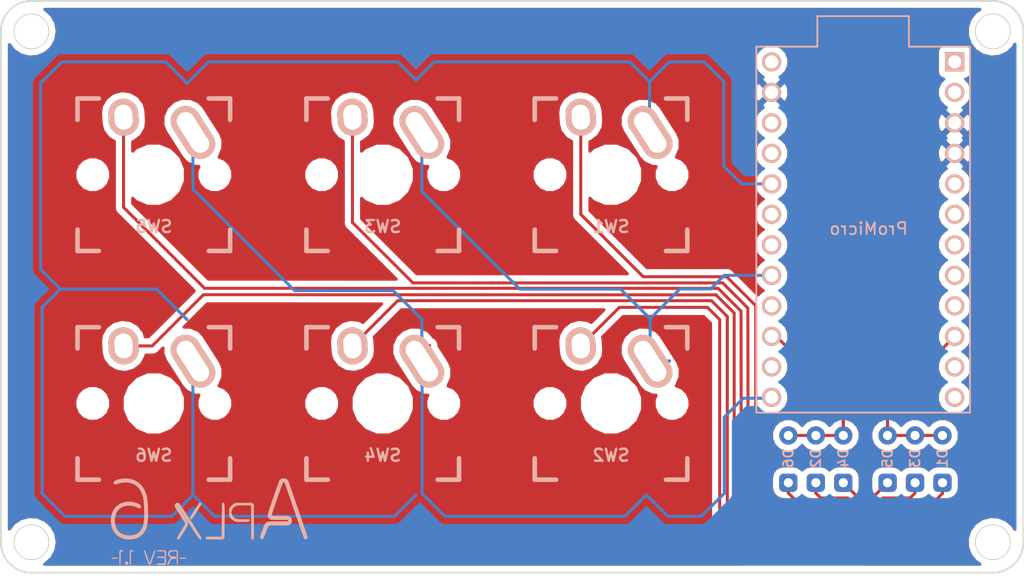
<source format=kicad_pcb>
(kicad_pcb (version 20171130) (host pcbnew "(5.0.2)-1")

  (general
    (thickness 1.6)
    (drawings 14)
    (tracks 172)
    (zones 0)
    (modules 18)
    (nets 29)
  )

  (page A4)
  (layers
    (0 F.Cu signal)
    (31 B.Cu signal)
    (32 B.Adhes user)
    (33 F.Adhes user)
    (34 B.Paste user)
    (35 F.Paste user)
    (36 B.SilkS user)
    (37 F.SilkS user)
    (38 B.Mask user)
    (39 F.Mask user)
    (40 Dwgs.User user)
    (41 Cmts.User user)
    (42 Eco1.User user)
    (43 Eco2.User user)
    (44 Edge.Cuts user)
    (45 Margin user)
    (46 B.CrtYd user)
    (47 F.CrtYd user)
    (48 B.Fab user)
    (49 F.Fab user)
  )

  (setup
    (last_trace_width 0.25)
    (trace_clearance 0.2)
    (zone_clearance 0.508)
    (zone_45_only no)
    (trace_min 0.2)
    (segment_width 0.2)
    (edge_width 0.15)
    (via_size 0.8)
    (via_drill 0.4)
    (via_min_size 0.4)
    (via_min_drill 0.3)
    (uvia_size 0.3)
    (uvia_drill 0.1)
    (uvias_allowed no)
    (uvia_min_size 0.2)
    (uvia_min_drill 0.1)
    (pcb_text_width 0.3)
    (pcb_text_size 1.5 1.5)
    (mod_edge_width 0.15)
    (mod_text_size 1 1)
    (mod_text_width 0.15)
    (pad_size 1.524 1.524)
    (pad_drill 0.762)
    (pad_to_mask_clearance 0.051)
    (solder_mask_min_width 0.25)
    (aux_axis_origin 0 0)
    (visible_elements 7FFFFFFF)
    (pcbplotparams
      (layerselection 0x010fc_ffffffff)
      (usegerberextensions true)
      (usegerberattributes false)
      (usegerberadvancedattributes false)
      (creategerberjobfile false)
      (excludeedgelayer true)
      (linewidth 0.100000)
      (plotframeref false)
      (viasonmask false)
      (mode 1)
      (useauxorigin false)
      (hpglpennumber 1)
      (hpglpenspeed 20)
      (hpglpendiameter 15.000000)
      (psnegative false)
      (psa4output false)
      (plotreference true)
      (plotvalue true)
      (plotinvisibletext false)
      (padsonsilk false)
      (subtractmaskfromsilk false)
      (outputformat 1)
      (mirror false)
      (drillshape 0)
      (scaleselection 1)
      (outputdirectory "Gerber/Drills/"))
  )

  (net 0 "")
  (net 1 /row0)
  (net 2 "Net-(D1-Pad2)")
  (net 3 "Net-(D2-Pad2)")
  (net 4 /row1)
  (net 5 "Net-(D3-Pad2)")
  (net 6 "Net-(D4-Pad2)")
  (net 7 "Net-(D5-Pad2)")
  (net 8 "Net-(D6-Pad2)")
  (net 9 "Net-(U1-Pad1)")
  (net 10 "Net-(U1-Pad2)")
  (net 11 "Net-(U1-Pad5)")
  (net 12 "Net-(U1-Pad6)")
  (net 13 "Net-(U1-Pad7)")
  (net 14 "Net-(U1-Pad8)")
  (net 15 "Net-(U1-Pad9)")
  (net 16 "Net-(U1-Pad11)")
  (net 17 "Net-(U1-Pad24)")
  (net 18 "Net-(U1-Pad22)")
  (net 19 VCC)
  (net 20 /Col2)
  (net 21 /Col1)
  (net 22 "Net-(U1-Pad16)")
  (net 23 "Net-(U1-Pad14)")
  (net 24 /Col0)
  (net 25 "Net-(U1-Pad18)")
  (net 26 "Net-(U1-Pad12)")
  (net 27 "Net-(U1-Pad19)")
  (net 28 GND)

  (net_class Default "This is the default net class."
    (clearance 0.2)
    (trace_width 0.25)
    (via_dia 0.8)
    (via_drill 0.4)
    (uvia_dia 0.3)
    (uvia_drill 0.1)
    (add_net /Col0)
    (add_net /Col1)
    (add_net /Col2)
    (add_net /row0)
    (add_net /row1)
    (add_net GND)
    (add_net "Net-(D1-Pad2)")
    (add_net "Net-(D2-Pad2)")
    (add_net "Net-(D3-Pad2)")
    (add_net "Net-(D4-Pad2)")
    (add_net "Net-(D5-Pad2)")
    (add_net "Net-(D6-Pad2)")
    (add_net "Net-(U1-Pad1)")
    (add_net "Net-(U1-Pad11)")
    (add_net "Net-(U1-Pad12)")
    (add_net "Net-(U1-Pad14)")
    (add_net "Net-(U1-Pad16)")
    (add_net "Net-(U1-Pad18)")
    (add_net "Net-(U1-Pad19)")
    (add_net "Net-(U1-Pad2)")
    (add_net "Net-(U1-Pad22)")
    (add_net "Net-(U1-Pad24)")
    (add_net "Net-(U1-Pad5)")
    (add_net "Net-(U1-Pad6)")
    (add_net "Net-(U1-Pad7)")
    (add_net "Net-(U1-Pad8)")
    (add_net "Net-(U1-Pad9)")
    (add_net VCC)
  )

  (module promicro:ProMicro1 (layer B.Cu) (tedit 5E8E5802) (tstamp 5E9FF116)
    (at 217.805 93.98 270)
    (descr "Pro Micro footprint")
    (tags "promicro ProMicro")
    (path /5E6BE554)
    (fp_text reference U1 (at 0 10.16 270) (layer B.SilkS) hide
      (effects (font (size 1 1) (thickness 0.15)) (justify mirror))
    )
    (fp_text value ProMicro (at -0.0762 -0.4572 180) (layer B.SilkS)
      (effects (font (size 1 1) (thickness 0.15)) (justify mirror))
    )
    (fp_line (start 15.24 -8.89) (end 15.24 8.89) (layer B.SilkS) (width 0.15))
    (fp_line (start -15.24 -8.89) (end 15.24 -8.89) (layer B.SilkS) (width 0.15))
    (fp_line (start -15.24 -3.81) (end -15.24 -8.89) (layer B.SilkS) (width 0.15))
    (fp_line (start -17.78 -3.81) (end -15.24 -3.81) (layer B.SilkS) (width 0.15))
    (fp_line (start -17.78 3.81) (end -17.78 -3.81) (layer B.SilkS) (width 0.15))
    (fp_line (start -15.24 3.81) (end -17.78 3.81) (layer B.SilkS) (width 0.15))
    (fp_line (start -15.24 8.89) (end -15.24 3.81) (layer B.SilkS) (width 0.15))
    (fp_line (start -15.24 8.89) (end 15.24 8.89) (layer B.SilkS) (width 0.15))
    (pad 24 thru_hole circle (at -13.97 7.62 270) (size 1.6 1.6) (drill 1.1) (layers *.Cu *.Mask B.SilkS)
      (net 17 "Net-(U1-Pad24)"))
    (pad 23 thru_hole circle (at -11.43 7.62 270) (size 1.6 1.6) (drill 1.1) (layers *.Cu *.Mask B.SilkS)
      (net 28 GND))
    (pad 22 thru_hole circle (at -8.89 7.62 270) (size 1.6 1.6) (drill 1.1) (layers *.Cu *.Mask B.SilkS)
      (net 18 "Net-(U1-Pad22)"))
    (pad 21 thru_hole circle (at -6.35 7.62 270) (size 1.6 1.6) (drill 1.1) (layers *.Cu *.Mask B.SilkS)
      (net 19 VCC))
    (pad 20 thru_hole circle (at -3.81 7.62 270) (size 1.6 1.6) (drill 1.1) (layers *.Cu *.Mask B.SilkS)
      (net 20 /Col2))
    (pad 19 thru_hole circle (at -1.27 7.62 270) (size 1.6 1.6) (drill 1.1) (layers *.Cu *.Mask B.SilkS)
      (net 27 "Net-(U1-Pad19)"))
    (pad 18 thru_hole circle (at 1.27 7.62 270) (size 1.6 1.6) (drill 1.1) (layers *.Cu *.Mask B.SilkS)
      (net 25 "Net-(U1-Pad18)"))
    (pad 17 thru_hole circle (at 3.81 7.62 270) (size 1.6 1.6) (drill 1.1) (layers *.Cu *.Mask B.SilkS)
      (net 24 /Col0))
    (pad 16 thru_hole circle (at 6.35 7.62 270) (size 1.6 1.6) (drill 1.1) (layers *.Cu *.Mask B.SilkS)
      (net 22 "Net-(U1-Pad16)"))
    (pad 15 thru_hole circle (at 8.89 7.62 270) (size 1.6 1.6) (drill 1.1) (layers *.Cu *.Mask B.SilkS)
      (net 4 /row1))
    (pad 14 thru_hole circle (at 11.43 7.62 270) (size 1.6 1.6) (drill 1.1) (layers *.Cu *.Mask B.SilkS)
      (net 23 "Net-(U1-Pad14)"))
    (pad 13 thru_hole circle (at 13.97 7.62 270) (size 1.6 1.6) (drill 1.1) (layers *.Cu *.Mask B.SilkS)
      (net 21 /Col1))
    (pad 12 thru_hole circle (at 13.97 -7.62 270) (size 1.6 1.6) (drill 1.1) (layers *.Cu *.Mask B.SilkS)
      (net 26 "Net-(U1-Pad12)"))
    (pad 11 thru_hole circle (at 11.43 -7.62 270) (size 1.6 1.6) (drill 1.1) (layers *.Cu *.Mask B.SilkS)
      (net 16 "Net-(U1-Pad11)"))
    (pad 10 thru_hole circle (at 8.89 -7.62 270) (size 1.6 1.6) (drill 1.1) (layers *.Cu *.Mask B.SilkS)
      (net 1 /row0))
    (pad 9 thru_hole circle (at 6.35 -7.62 270) (size 1.6 1.6) (drill 1.1) (layers *.Cu *.Mask B.SilkS)
      (net 15 "Net-(U1-Pad9)"))
    (pad 8 thru_hole circle (at 3.81 -7.62 270) (size 1.6 1.6) (drill 1.1) (layers *.Cu *.Mask B.SilkS)
      (net 14 "Net-(U1-Pad8)"))
    (pad 7 thru_hole circle (at 1.27 -7.62 270) (size 1.6 1.6) (drill 1.1) (layers *.Cu *.Mask B.SilkS)
      (net 13 "Net-(U1-Pad7)"))
    (pad 6 thru_hole circle (at -1.27 -7.62 270) (size 1.6 1.6) (drill 1.1) (layers *.Cu *.Mask B.SilkS)
      (net 12 "Net-(U1-Pad6)"))
    (pad 5 thru_hole circle (at -3.81 -7.62 270) (size 1.6 1.6) (drill 1.1) (layers *.Cu *.Mask B.SilkS)
      (net 11 "Net-(U1-Pad5)"))
    (pad 4 thru_hole circle (at -6.35 -7.62 270) (size 1.6 1.6) (drill 1.1) (layers *.Cu *.Mask B.SilkS)
      (net 28 GND))
    (pad 3 thru_hole circle (at -8.89 -7.62 270) (size 1.6 1.6) (drill 1.1) (layers *.Cu *.Mask B.SilkS)
      (net 28 GND))
    (pad 2 thru_hole circle (at -11.43 -7.62 270) (size 1.6 1.6) (drill 1.1) (layers *.Cu *.Mask B.SilkS)
      (net 10 "Net-(U1-Pad2)"))
    (pad 1 thru_hole rect (at -13.97 -7.62 270) (size 1.6 1.6) (drill 1.1) (layers *.Cu *.Mask B.SilkS)
      (net 9 "Net-(U1-Pad1)"))
    (model "${KIPRJMOD}/Gerber/Drills/ARDUINO PRO MICRO.STEP"
      (offset (xyz -13.9 -7.5 4))
      (scale (xyz 1 1 1))
      (rotate (xyz -90 0 0))
    )
  )

  (module keyboard_parts:D_SOD123_axial_APLYARD (layer F.Cu) (tedit 5E8E54F3) (tstamp 5EA036C5)
    (at 225.679 111.887 270)
    (path /5E6BEF35)
    (attr smd)
    (fp_text reference D1 (at 1.143 1.27 270) (layer B.SilkS)
      (effects (font (size 0.8 0.8) (thickness 0.15)) (justify mirror))
    )
    (fp_text value " " (at 0 -1.925 270) (layer F.SilkS) hide
      (effects (font (size 0.8 0.8) (thickness 0.15)))
    )
    (pad 1 thru_hole circle (at -0.762 1.27 270) (size 1.524 1.524) (drill 0.762) (layers *.Cu *.Mask)
      (net 1 /row0))
    (pad 2 thru_hole roundrect (at 3.175 1.27 270) (size 1.524 1.524) (drill 0.762) (layers *.Cu *.Mask) (roundrect_rratio 0.25)
      (net 2 "Net-(D1-Pad2)"))
    (model "${KIPRJMOD}/Gerber/Drills/diodes-2.snapshot.14/Zener Diode.step"
      (offset (xyz 1.2 -1.3 -1.4))
      (scale (xyz 0.4 0.4 0.4))
      (rotate (xyz 90 0 0))
    )
  )

  (module keyboard_parts:D_SOD123_axial_APLYARD (layer F.Cu) (tedit 5E8E54F3) (tstamp 5EA036D1)
    (at 223.393 111.887 270)
    (path /5E6BF2E4)
    (attr smd)
    (fp_text reference D3 (at 1.143 1.27 270) (layer B.SilkS)
      (effects (font (size 0.8 0.8) (thickness 0.15)) (justify mirror))
    )
    (fp_text value " " (at 0 -1.925 270) (layer F.SilkS) hide
      (effects (font (size 0.8 0.8) (thickness 0.15)))
    )
    (pad 1 thru_hole circle (at -0.762 1.27 270) (size 1.524 1.524) (drill 0.762) (layers *.Cu *.Mask)
      (net 1 /row0))
    (pad 2 thru_hole roundrect (at 3.175 1.27 270) (size 1.524 1.524) (drill 0.762) (layers *.Cu *.Mask) (roundrect_rratio 0.25)
      (net 5 "Net-(D3-Pad2)"))
    (model "${KIPRJMOD}/Gerber/Drills/diodes-2.snapshot.14/Zener Diode.step"
      (offset (xyz 1.2 -1.3 -1.4))
      (scale (xyz 0.4 0.4 0.4))
      (rotate (xyz 90 0 0))
    )
  )

  (module keyboard_parts:D_SOD123_axial_APLYARD (layer F.Cu) (tedit 5E8E54F3) (tstamp 5EA036DD)
    (at 221.107 111.887 270)
    (path /5E6BF356)
    (attr smd)
    (fp_text reference D5 (at 1.143 1.27 270) (layer B.SilkS)
      (effects (font (size 0.8 0.8) (thickness 0.15)) (justify mirror))
    )
    (fp_text value " " (at 0 -1.925 270) (layer F.SilkS) hide
      (effects (font (size 0.8 0.8) (thickness 0.15)))
    )
    (pad 1 thru_hole circle (at -0.762 1.27 270) (size 1.524 1.524) (drill 0.762) (layers *.Cu *.Mask)
      (net 1 /row0))
    (pad 2 thru_hole roundrect (at 3.175 1.27 270) (size 1.524 1.524) (drill 0.762) (layers *.Cu *.Mask) (roundrect_rratio 0.25)
      (net 7 "Net-(D5-Pad2)"))
    (model "${KIPRJMOD}/Gerber/Drills/diodes-2.snapshot.14/Zener Diode.step"
      (offset (xyz 1.2 -1.3 -1.4))
      (scale (xyz 0.4 0.4 0.4))
      (rotate (xyz 90 0 0))
    )
  )

  (module keyboard_parts:D_SOD123_axial_APLYARD (layer F.Cu) (tedit 5E8E54F3) (tstamp 5EA036D7)
    (at 217.424 111.887 270)
    (path /5E6BF32A)
    (attr smd)
    (fp_text reference D4 (at 1.143 1.27 270) (layer B.SilkS)
      (effects (font (size 0.8 0.8) (thickness 0.15)) (justify mirror))
    )
    (fp_text value " " (at 0 -1.925 270) (layer F.SilkS) hide
      (effects (font (size 0.8 0.8) (thickness 0.15)))
    )
    (pad 1 thru_hole circle (at -0.762 1.27 270) (size 1.524 1.524) (drill 0.762) (layers *.Cu *.Mask)
      (net 4 /row1))
    (pad 2 thru_hole roundrect (at 3.175 1.27 270) (size 1.524 1.524) (drill 0.762) (layers *.Cu *.Mask) (roundrect_rratio 0.25)
      (net 6 "Net-(D4-Pad2)"))
    (model "${KIPRJMOD}/Gerber/Drills/diodes-2.snapshot.14/Zener Diode.step"
      (offset (xyz 1.2 -1.3 -1.4))
      (scale (xyz 0.4 0.4 0.4))
      (rotate (xyz 90 0 0))
    )
  )

  (module keyboard_parts:D_SOD123_axial_APLYARD (layer F.Cu) (tedit 5E8E54F3) (tstamp 5EA036CB)
    (at 215.138 111.887 270)
    (path /5E6BF192)
    (attr smd)
    (fp_text reference D2 (at 1.143 1.27 270) (layer B.SilkS)
      (effects (font (size 0.8 0.8) (thickness 0.15)) (justify mirror))
    )
    (fp_text value " " (at 0 -1.925 270) (layer F.SilkS) hide
      (effects (font (size 0.8 0.8) (thickness 0.15)))
    )
    (pad 1 thru_hole circle (at -0.762 1.27 270) (size 1.524 1.524) (drill 0.762) (layers *.Cu *.Mask)
      (net 4 /row1))
    (pad 2 thru_hole roundrect (at 3.175 1.27 270) (size 1.524 1.524) (drill 0.762) (layers *.Cu *.Mask) (roundrect_rratio 0.25)
      (net 3 "Net-(D2-Pad2)"))
    (model "${KIPRJMOD}/Gerber/Drills/diodes-2.snapshot.14/Zener Diode.step"
      (offset (xyz 1.2 -1.3 -1.4))
      (scale (xyz 0.4 0.4 0.4))
      (rotate (xyz 90 0 0))
    )
  )

  (module keyboard_parts:D_SOD123_axial_APLYARD (layer F.Cu) (tedit 5E8E54F3) (tstamp 5EA036E3)
    (at 212.852 111.887 270)
    (path /5E6BF386)
    (attr smd)
    (fp_text reference D6 (at 1.143 1.27 270) (layer B.SilkS)
      (effects (font (size 0.8 0.8) (thickness 0.15)) (justify mirror))
    )
    (fp_text value " " (at 0 -1.925 270) (layer F.SilkS) hide
      (effects (font (size 0.8 0.8) (thickness 0.15)))
    )
    (pad 1 thru_hole circle (at -0.762 1.27 270) (size 1.524 1.524) (drill 0.762) (layers *.Cu *.Mask)
      (net 4 /row1))
    (pad 2 thru_hole roundrect (at 3.175 1.27 270) (size 1.524 1.524) (drill 0.762) (layers *.Cu *.Mask) (roundrect_rratio 0.25)
      (net 8 "Net-(D6-Pad2)"))
    (model "${KIPRJMOD}/Gerber/Drills/diodes-2.snapshot.14/Zener Diode.step"
      (offset (xyz 1.2 -1.3 -1.4))
      (scale (xyz 0.4 0.4 0.4))
      (rotate (xyz 90 0 0))
    )
  )

  (module TMK2:Mx_Alps_100 locked (layer B.Cu) (tedit 5E8E3FF3) (tstamp 5E84EEA5)
    (at 196.8246 108.458 180)
    (descr MXALPS)
    (tags MXALPS)
    (path /5E6BE613)
    (fp_text reference SW2 (at 0 -4.318 180) (layer B.SilkS)
      (effects (font (size 1 1) (thickness 0.2)) (justify mirror))
    )
    (fp_text value KEYSW (at 5.334 -10.922 180) (layer F.SilkS) hide
      (effects (font (size 1.524 1.524) (thickness 0.3048)))
    )
    (fp_line (start -7.62 -7.62) (end -7.62 7.62) (layer Dwgs.User) (width 0.3))
    (fp_line (start 7.62 -7.62) (end -7.62 -7.62) (layer Dwgs.User) (width 0.3))
    (fp_line (start 7.62 7.62) (end 7.62 -7.62) (layer Dwgs.User) (width 0.3))
    (fp_line (start -7.62 7.62) (end 7.62 7.62) (layer Dwgs.User) (width 0.3))
    (fp_line (start 7.75 6.4) (end -7.75 6.4) (layer Dwgs.User) (width 0.3))
    (fp_line (start 7.75 -6.4) (end 7.75 6.4) (layer Dwgs.User) (width 0.3))
    (fp_line (start -7.75 -6.4) (end 7.75 -6.4) (layer Dwgs.User) (width 0.3))
    (fp_line (start -7.75 -6.4) (end -7.75 6.4) (layer Dwgs.User) (width 0.3))
    (fp_line (start -6.985 -6.985) (end -6.985 6.985) (layer Eco2.User) (width 0.1524))
    (fp_line (start 6.985 -6.985) (end -6.985 -6.985) (layer Eco2.User) (width 0.1524))
    (fp_line (start 6.985 6.985) (end 6.985 -6.985) (layer Eco2.User) (width 0.1524))
    (fp_line (start -6.985 6.985) (end 6.985 6.985) (layer Eco2.User) (width 0.1524))
    (fp_line (start -6.35 4.572) (end -6.35 6.35) (layer B.SilkS) (width 0.381))
    (fp_line (start -6.35 -6.35) (end -6.35 -4.572) (layer B.SilkS) (width 0.381))
    (fp_line (start -4.572 -6.35) (end -6.35 -6.35) (layer B.SilkS) (width 0.381))
    (fp_line (start 6.35 -6.35) (end 4.572 -6.35) (layer B.SilkS) (width 0.381))
    (fp_line (start 6.35 -4.572) (end 6.35 -6.35) (layer B.SilkS) (width 0.381))
    (fp_line (start 6.35 6.35) (end 6.35 4.572) (layer B.SilkS) (width 0.381))
    (fp_line (start 4.572 6.35) (end 6.35 6.35) (layer B.SilkS) (width 0.381))
    (fp_line (start -6.35 6.35) (end -4.572 6.35) (layer B.SilkS) (width 0.381))
    (fp_line (start -9.398 -9.398) (end -9.398 9.398) (layer Dwgs.User) (width 0.1524))
    (fp_line (start 9.398 -9.398) (end -9.398 -9.398) (layer Dwgs.User) (width 0.1524))
    (fp_line (start 9.398 9.398) (end 9.398 -9.398) (layer Dwgs.User) (width 0.1524))
    (fp_line (start -9.398 9.398) (end 9.398 9.398) (layer Dwgs.User) (width 0.1524))
    (fp_line (start -6.35 -6.35) (end -6.35 6.35) (layer Cmts.User) (width 0.1524))
    (fp_line (start 6.35 -6.35) (end -6.35 -6.35) (layer Cmts.User) (width 0.1524))
    (fp_line (start 6.35 6.35) (end 6.35 -6.35) (layer Cmts.User) (width 0.1524))
    (fp_line (start -6.35 6.35) (end 6.35 6.35) (layer Cmts.User) (width 0.1524))
    (pad 2 thru_hole oval (at 2.52 4.79 183.9) (size 2.5 3.08) (drill oval 1.5 2.08) (layers *.Cu *.Mask B.SilkS)
      (net 2 "Net-(D1-Pad2)"))
    (pad 1 thru_hole oval (at -3.255 3.52 212.5) (size 2.5 4.75) (drill oval 1.5 3.75) (layers *.Cu *.Mask B.SilkS)
      (net 24 /Col0))
    (pad HOLE np_thru_hole circle (at 5.08 0 180) (size 1.7018 1.7018) (drill 1.7018) (layers *.Cu))
    (pad HOLE np_thru_hole circle (at -5.08 0 180) (size 1.7018 1.7018) (drill 1.7018) (layers *.Cu))
    (pad HOLE np_thru_hole circle (at 0 0 180) (size 3.9878 3.9878) (drill 3.9878) (layers *.Cu))
    (model "D:/Docs/Documents/Fusion360/Keycap/MX  v4.step"
      (offset (xyz -0.7 0.3 22.5))
      (scale (xyz 1 1 1))
      (rotate (xyz 0 0 180))
    )
  )

  (module TMK2:Mx_Alps_100 locked (layer B.Cu) (tedit 5E8E3FF3) (tstamp 5E84EEEF)
    (at 177.8254 108.458 180)
    (descr MXALPS)
    (tags MXALPS)
    (path /5E6BE98B)
    (fp_text reference SW4 (at 0 -4.318 180) (layer B.SilkS)
      (effects (font (size 1 1) (thickness 0.2)) (justify mirror))
    )
    (fp_text value KEYSW (at 5.334 -10.922 180) (layer F.SilkS) hide
      (effects (font (size 1.524 1.524) (thickness 0.3048)))
    )
    (fp_line (start -7.62 -7.62) (end -7.62 7.62) (layer Dwgs.User) (width 0.3))
    (fp_line (start 7.62 -7.62) (end -7.62 -7.62) (layer Dwgs.User) (width 0.3))
    (fp_line (start 7.62 7.62) (end 7.62 -7.62) (layer Dwgs.User) (width 0.3))
    (fp_line (start -7.62 7.62) (end 7.62 7.62) (layer Dwgs.User) (width 0.3))
    (fp_line (start 7.75 6.4) (end -7.75 6.4) (layer Dwgs.User) (width 0.3))
    (fp_line (start 7.75 -6.4) (end 7.75 6.4) (layer Dwgs.User) (width 0.3))
    (fp_line (start -7.75 -6.4) (end 7.75 -6.4) (layer Dwgs.User) (width 0.3))
    (fp_line (start -7.75 -6.4) (end -7.75 6.4) (layer Dwgs.User) (width 0.3))
    (fp_line (start -6.985 -6.985) (end -6.985 6.985) (layer Eco2.User) (width 0.1524))
    (fp_line (start 6.985 -6.985) (end -6.985 -6.985) (layer Eco2.User) (width 0.1524))
    (fp_line (start 6.985 6.985) (end 6.985 -6.985) (layer Eco2.User) (width 0.1524))
    (fp_line (start -6.985 6.985) (end 6.985 6.985) (layer Eco2.User) (width 0.1524))
    (fp_line (start -6.35 4.572) (end -6.35 6.35) (layer B.SilkS) (width 0.381))
    (fp_line (start -6.35 -6.35) (end -6.35 -4.572) (layer B.SilkS) (width 0.381))
    (fp_line (start -4.572 -6.35) (end -6.35 -6.35) (layer B.SilkS) (width 0.381))
    (fp_line (start 6.35 -6.35) (end 4.572 -6.35) (layer B.SilkS) (width 0.381))
    (fp_line (start 6.35 -4.572) (end 6.35 -6.35) (layer B.SilkS) (width 0.381))
    (fp_line (start 6.35 6.35) (end 6.35 4.572) (layer B.SilkS) (width 0.381))
    (fp_line (start 4.572 6.35) (end 6.35 6.35) (layer B.SilkS) (width 0.381))
    (fp_line (start -6.35 6.35) (end -4.572 6.35) (layer B.SilkS) (width 0.381))
    (fp_line (start -9.398 -9.398) (end -9.398 9.398) (layer Dwgs.User) (width 0.1524))
    (fp_line (start 9.398 -9.398) (end -9.398 -9.398) (layer Dwgs.User) (width 0.1524))
    (fp_line (start 9.398 9.398) (end 9.398 -9.398) (layer Dwgs.User) (width 0.1524))
    (fp_line (start -9.398 9.398) (end 9.398 9.398) (layer Dwgs.User) (width 0.1524))
    (fp_line (start -6.35 -6.35) (end -6.35 6.35) (layer Cmts.User) (width 0.1524))
    (fp_line (start 6.35 -6.35) (end -6.35 -6.35) (layer Cmts.User) (width 0.1524))
    (fp_line (start 6.35 6.35) (end 6.35 -6.35) (layer Cmts.User) (width 0.1524))
    (fp_line (start -6.35 6.35) (end 6.35 6.35) (layer Cmts.User) (width 0.1524))
    (pad 2 thru_hole oval (at 2.52 4.79 183.9) (size 2.5 3.08) (drill oval 1.5 2.08) (layers *.Cu *.Mask B.SilkS)
      (net 5 "Net-(D3-Pad2)"))
    (pad 1 thru_hole oval (at -3.255 3.52 212.5) (size 2.5 4.75) (drill oval 1.5 3.75) (layers *.Cu *.Mask B.SilkS)
      (net 21 /Col1))
    (pad HOLE np_thru_hole circle (at 5.08 0 180) (size 1.7018 1.7018) (drill 1.7018) (layers *.Cu))
    (pad HOLE np_thru_hole circle (at -5.08 0 180) (size 1.7018 1.7018) (drill 1.7018) (layers *.Cu))
    (pad HOLE np_thru_hole circle (at 0 0 180) (size 3.9878 3.9878) (drill 3.9878) (layers *.Cu))
    (model "D:/Docs/Documents/Fusion360/Keycap/MX  v4.step"
      (offset (xyz -0.7 0.3 22.5))
      (scale (xyz 1 1 1))
      (rotate (xyz 0 0 180))
    )
  )

  (module TMK2:Mx_Alps_100 locked (layer B.Cu) (tedit 5E8E3FF3) (tstamp 5E84EF39)
    (at 158.7754 108.458 180)
    (descr MXALPS)
    (tags MXALPS)
    (path /5E6BE7C2)
    (fp_text reference SW6 (at 0 -4.318 180) (layer B.SilkS)
      (effects (font (size 1 1) (thickness 0.2)) (justify mirror))
    )
    (fp_text value KEYSW (at 5.334 -10.922 180) (layer F.SilkS) hide
      (effects (font (size 1.524 1.524) (thickness 0.3048)))
    )
    (fp_line (start -7.62 -7.62) (end -7.62 7.62) (layer Dwgs.User) (width 0.3))
    (fp_line (start 7.62 -7.62) (end -7.62 -7.62) (layer Dwgs.User) (width 0.3))
    (fp_line (start 7.62 7.62) (end 7.62 -7.62) (layer Dwgs.User) (width 0.3))
    (fp_line (start -7.62 7.62) (end 7.62 7.62) (layer Dwgs.User) (width 0.3))
    (fp_line (start 7.75 6.4) (end -7.75 6.4) (layer Dwgs.User) (width 0.3))
    (fp_line (start 7.75 -6.4) (end 7.75 6.4) (layer Dwgs.User) (width 0.3))
    (fp_line (start -7.75 -6.4) (end 7.75 -6.4) (layer Dwgs.User) (width 0.3))
    (fp_line (start -7.75 -6.4) (end -7.75 6.4) (layer Dwgs.User) (width 0.3))
    (fp_line (start -6.985 -6.985) (end -6.985 6.985) (layer Eco2.User) (width 0.1524))
    (fp_line (start 6.985 -6.985) (end -6.985 -6.985) (layer Eco2.User) (width 0.1524))
    (fp_line (start 6.985 6.985) (end 6.985 -6.985) (layer Eco2.User) (width 0.1524))
    (fp_line (start -6.985 6.985) (end 6.985 6.985) (layer Eco2.User) (width 0.1524))
    (fp_line (start -6.35 4.572) (end -6.35 6.35) (layer B.SilkS) (width 0.381))
    (fp_line (start -6.35 -6.35) (end -6.35 -4.572) (layer B.SilkS) (width 0.381))
    (fp_line (start -4.572 -6.35) (end -6.35 -6.35) (layer B.SilkS) (width 0.381))
    (fp_line (start 6.35 -6.35) (end 4.572 -6.35) (layer B.SilkS) (width 0.381))
    (fp_line (start 6.35 -4.572) (end 6.35 -6.35) (layer B.SilkS) (width 0.381))
    (fp_line (start 6.35 6.35) (end 6.35 4.572) (layer B.SilkS) (width 0.381))
    (fp_line (start 4.572 6.35) (end 6.35 6.35) (layer B.SilkS) (width 0.381))
    (fp_line (start -6.35 6.35) (end -4.572 6.35) (layer B.SilkS) (width 0.381))
    (fp_line (start -9.398 -9.398) (end -9.398 9.398) (layer Dwgs.User) (width 0.1524))
    (fp_line (start 9.398 -9.398) (end -9.398 -9.398) (layer Dwgs.User) (width 0.1524))
    (fp_line (start 9.398 9.398) (end 9.398 -9.398) (layer Dwgs.User) (width 0.1524))
    (fp_line (start -9.398 9.398) (end 9.398 9.398) (layer Dwgs.User) (width 0.1524))
    (fp_line (start -6.35 -6.35) (end -6.35 6.35) (layer Cmts.User) (width 0.1524))
    (fp_line (start 6.35 -6.35) (end -6.35 -6.35) (layer Cmts.User) (width 0.1524))
    (fp_line (start 6.35 6.35) (end 6.35 -6.35) (layer Cmts.User) (width 0.1524))
    (fp_line (start -6.35 6.35) (end 6.35 6.35) (layer Cmts.User) (width 0.1524))
    (pad 2 thru_hole oval (at 2.52 4.79 183.9) (size 2.5 3.08) (drill oval 1.5 2.08) (layers *.Cu *.Mask B.SilkS)
      (net 7 "Net-(D5-Pad2)"))
    (pad 1 thru_hole oval (at -3.255 3.52 212.5) (size 2.5 4.75) (drill oval 1.5 3.75) (layers *.Cu *.Mask B.SilkS)
      (net 20 /Col2))
    (pad HOLE np_thru_hole circle (at 5.08 0 180) (size 1.7018 1.7018) (drill 1.7018) (layers *.Cu))
    (pad HOLE np_thru_hole circle (at -5.08 0 180) (size 1.7018 1.7018) (drill 1.7018) (layers *.Cu))
    (pad HOLE np_thru_hole circle (at 0 0 180) (size 3.9878 3.9878) (drill 3.9878) (layers *.Cu))
    (model "D:/Docs/Documents/Fusion360/Keycap/MX  v4.step"
      (offset (xyz -0.7 0.3 22.5))
      (scale (xyz 1 1 1))
      (rotate (xyz 0 0 180))
    )
  )

  (module keyboard_parts:HOLE_M2.6 (layer F.Cu) (tedit 5E6D2DA1) (tstamp 5EA0979F)
    (at 228.6 77.47)
    (fp_text reference HOLE_M2.6 (at 0 -4.5) (layer F.SilkS) hide
      (effects (font (size 1.524 1.524) (thickness 0.3048)))
    )
    (fp_text value m2.6 (at 0.05 -7.25) (layer F.SilkS) hide
      (effects (font (size 1.524 1.524) (thickness 0.3048)))
    )
    (pad 1 thru_hole circle (at 0 0) (size 2.8 2.8) (drill 2.8) (layers *.Cu *.Mask F.SilkS))
  )

  (module keyboard_parts:HOLE_M2.6 (layer F.Cu) (tedit 5E8F3C22) (tstamp 5EA0979F)
    (at 228.6 120.015)
    (fp_text reference HOLE_M2.6 (at 0 -4.5) (layer F.SilkS) hide
      (effects (font (size 1.524 1.524) (thickness 0.3048)))
    )
    (fp_text value m2.6 (at 0.05 -7.25) (layer F.SilkS) hide
      (effects (font (size 1.524 1.524) (thickness 0.3048)))
    )
    (pad 1 thru_hole circle (at 0 0) (size 2.8 2.8) (drill 2.8) (layers *.Cu *.Mask F.SilkS))
  )

  (module TMK2:Mx_Alps_100 locked (layer B.Cu) (tedit 5E6CFDE2) (tstamp 5E84EE80)
    (at 196.8246 89.408 180)
    (descr MXALPS)
    (tags MXALPS)
    (path /5E6BE991)
    (fp_text reference SW1 (at 0 -4.318 180) (layer B.SilkS)
      (effects (font (size 1 1) (thickness 0.2)) (justify mirror))
    )
    (fp_text value KEYSW (at 5.334 -10.922 180) (layer F.SilkS) hide
      (effects (font (size 1.524 1.524) (thickness 0.3048)))
    )
    (fp_line (start -6.35 6.35) (end 6.35 6.35) (layer Cmts.User) (width 0.1524))
    (fp_line (start 6.35 6.35) (end 6.35 -6.35) (layer Cmts.User) (width 0.1524))
    (fp_line (start 6.35 -6.35) (end -6.35 -6.35) (layer Cmts.User) (width 0.1524))
    (fp_line (start -6.35 -6.35) (end -6.35 6.35) (layer Cmts.User) (width 0.1524))
    (fp_line (start -9.398 9.398) (end 9.398 9.398) (layer Dwgs.User) (width 0.1524))
    (fp_line (start 9.398 9.398) (end 9.398 -9.398) (layer Dwgs.User) (width 0.1524))
    (fp_line (start 9.398 -9.398) (end -9.398 -9.398) (layer Dwgs.User) (width 0.1524))
    (fp_line (start -9.398 -9.398) (end -9.398 9.398) (layer Dwgs.User) (width 0.1524))
    (fp_line (start -6.35 6.35) (end -4.572 6.35) (layer B.SilkS) (width 0.381))
    (fp_line (start 4.572 6.35) (end 6.35 6.35) (layer B.SilkS) (width 0.381))
    (fp_line (start 6.35 6.35) (end 6.35 4.572) (layer B.SilkS) (width 0.381))
    (fp_line (start 6.35 -4.572) (end 6.35 -6.35) (layer B.SilkS) (width 0.381))
    (fp_line (start 6.35 -6.35) (end 4.572 -6.35) (layer B.SilkS) (width 0.381))
    (fp_line (start -4.572 -6.35) (end -6.35 -6.35) (layer B.SilkS) (width 0.381))
    (fp_line (start -6.35 -6.35) (end -6.35 -4.572) (layer B.SilkS) (width 0.381))
    (fp_line (start -6.35 4.572) (end -6.35 6.35) (layer B.SilkS) (width 0.381))
    (fp_line (start -6.985 6.985) (end 6.985 6.985) (layer Eco2.User) (width 0.1524))
    (fp_line (start 6.985 6.985) (end 6.985 -6.985) (layer Eco2.User) (width 0.1524))
    (fp_line (start 6.985 -6.985) (end -6.985 -6.985) (layer Eco2.User) (width 0.1524))
    (fp_line (start -6.985 -6.985) (end -6.985 6.985) (layer Eco2.User) (width 0.1524))
    (fp_line (start -7.75 -6.4) (end -7.75 6.4) (layer Dwgs.User) (width 0.3))
    (fp_line (start -7.75 -6.4) (end 7.75 -6.4) (layer Dwgs.User) (width 0.3))
    (fp_line (start 7.75 -6.4) (end 7.75 6.4) (layer Dwgs.User) (width 0.3))
    (fp_line (start 7.75 6.4) (end -7.75 6.4) (layer Dwgs.User) (width 0.3))
    (fp_line (start -7.62 7.62) (end 7.62 7.62) (layer Dwgs.User) (width 0.3))
    (fp_line (start 7.62 7.62) (end 7.62 -7.62) (layer Dwgs.User) (width 0.3))
    (fp_line (start 7.62 -7.62) (end -7.62 -7.62) (layer Dwgs.User) (width 0.3))
    (fp_line (start -7.62 -7.62) (end -7.62 7.62) (layer Dwgs.User) (width 0.3))
    (pad HOLE np_thru_hole circle (at 0 0 180) (size 3.9878 3.9878) (drill 3.9878) (layers *.Cu))
    (pad HOLE np_thru_hole circle (at -5.08 0 180) (size 1.7018 1.7018) (drill 1.7018) (layers *.Cu))
    (pad HOLE np_thru_hole circle (at 5.08 0 180) (size 1.7018 1.7018) (drill 1.7018) (layers *.Cu))
    (pad 1 thru_hole oval (at -3.255 3.52 212.5) (size 2.5 4.75) (drill oval 1.5 3.75) (layers *.Cu *.Mask B.SilkS)
      (net 20 /Col2))
    (pad 2 thru_hole oval (at 2.52 4.79 183.9) (size 2.5 3.08) (drill oval 1.5 2.08) (layers *.Cu *.Mask B.SilkS)
      (net 8 "Net-(D6-Pad2)"))
    (model "D:/Docs/Documents/Fusion360/Keycap/MX  v4.step"
      (offset (xyz -0.7 0.3 22.5))
      (scale (xyz 1 1 1))
      (rotate (xyz 0 0 180))
    )
  )

  (module TMK2:Mx_Alps_100 locked (layer B.Cu) (tedit 5E6CFDED) (tstamp 5E84EECA)
    (at 177.8254 89.408 180)
    (descr MXALPS)
    (tags MXALPS)
    (path /5E6BE711)
    (fp_text reference SW3 (at 0 -4.318 180) (layer B.SilkS)
      (effects (font (size 1 1) (thickness 0.2)) (justify mirror))
    )
    (fp_text value KEYSW (at 5.334 -10.922 180) (layer F.SilkS) hide
      (effects (font (size 1.524 1.524) (thickness 0.3048)))
    )
    (fp_line (start -7.62 -7.62) (end -7.62 7.62) (layer Dwgs.User) (width 0.3))
    (fp_line (start 7.62 -7.62) (end -7.62 -7.62) (layer Dwgs.User) (width 0.3))
    (fp_line (start 7.62 7.62) (end 7.62 -7.62) (layer Dwgs.User) (width 0.3))
    (fp_line (start -7.62 7.62) (end 7.62 7.62) (layer Dwgs.User) (width 0.3))
    (fp_line (start 7.75 6.4) (end -7.75 6.4) (layer Dwgs.User) (width 0.3))
    (fp_line (start 7.75 -6.4) (end 7.75 6.4) (layer Dwgs.User) (width 0.3))
    (fp_line (start -7.75 -6.4) (end 7.75 -6.4) (layer Dwgs.User) (width 0.3))
    (fp_line (start -7.75 -6.4) (end -7.75 6.4) (layer Dwgs.User) (width 0.3))
    (fp_line (start -6.985 -6.985) (end -6.985 6.985) (layer Eco2.User) (width 0.1524))
    (fp_line (start 6.985 -6.985) (end -6.985 -6.985) (layer Eco2.User) (width 0.1524))
    (fp_line (start 6.985 6.985) (end 6.985 -6.985) (layer Eco2.User) (width 0.1524))
    (fp_line (start -6.985 6.985) (end 6.985 6.985) (layer Eco2.User) (width 0.1524))
    (fp_line (start -6.35 4.572) (end -6.35 6.35) (layer B.SilkS) (width 0.381))
    (fp_line (start -6.35 -6.35) (end -6.35 -4.572) (layer B.SilkS) (width 0.381))
    (fp_line (start -4.572 -6.35) (end -6.35 -6.35) (layer B.SilkS) (width 0.381))
    (fp_line (start 6.35 -6.35) (end 4.572 -6.35) (layer B.SilkS) (width 0.381))
    (fp_line (start 6.35 -4.572) (end 6.35 -6.35) (layer B.SilkS) (width 0.381))
    (fp_line (start 6.35 6.35) (end 6.35 4.572) (layer B.SilkS) (width 0.381))
    (fp_line (start 4.572 6.35) (end 6.35 6.35) (layer B.SilkS) (width 0.381))
    (fp_line (start -6.35 6.35) (end -4.572 6.35) (layer B.SilkS) (width 0.381))
    (fp_line (start -9.398 -9.398) (end -9.398 9.398) (layer Dwgs.User) (width 0.1524))
    (fp_line (start 9.398 -9.398) (end -9.398 -9.398) (layer Dwgs.User) (width 0.1524))
    (fp_line (start 9.398 9.398) (end 9.398 -9.398) (layer Dwgs.User) (width 0.1524))
    (fp_line (start -9.398 9.398) (end 9.398 9.398) (layer Dwgs.User) (width 0.1524))
    (fp_line (start -6.35 -6.35) (end -6.35 6.35) (layer Cmts.User) (width 0.1524))
    (fp_line (start 6.35 -6.35) (end -6.35 -6.35) (layer Cmts.User) (width 0.1524))
    (fp_line (start 6.35 6.35) (end 6.35 -6.35) (layer Cmts.User) (width 0.1524))
    (fp_line (start -6.35 6.35) (end 6.35 6.35) (layer Cmts.User) (width 0.1524))
    (pad 2 thru_hole oval (at 2.52 4.79 183.9) (size 2.5 3.08) (drill oval 1.5 2.08) (layers *.Cu *.Mask B.SilkS)
      (net 3 "Net-(D2-Pad2)"))
    (pad 1 thru_hole oval (at -3.255 3.52 212.5) (size 2.5 4.75) (drill oval 1.5 3.75) (layers *.Cu *.Mask B.SilkS)
      (net 24 /Col0))
    (pad HOLE np_thru_hole circle (at 5.08 0 180) (size 1.7018 1.7018) (drill 1.7018) (layers *.Cu))
    (pad HOLE np_thru_hole circle (at -5.08 0 180) (size 1.7018 1.7018) (drill 1.7018) (layers *.Cu))
    (pad HOLE np_thru_hole circle (at 0 0 180) (size 3.9878 3.9878) (drill 3.9878) (layers *.Cu))
    (model "D:/Docs/Documents/Fusion360/Keycap/MX  v4.step"
      (offset (xyz -0.7 0.3 22.5))
      (scale (xyz 1 1 1))
      (rotate (xyz 0 0 180))
    )
  )

  (module TMK2:Mx_Alps_100 locked (layer B.Cu) (tedit 5E6D24CF) (tstamp 5E84EF14)
    (at 158.7754 89.408 180)
    (descr MXALPS)
    (tags MXALPS)
    (path /5E6BE997)
    (fp_text reference SW5 (at 0 -4.318 180) (layer B.SilkS)
      (effects (font (size 1 1) (thickness 0.2)) (justify mirror))
    )
    (fp_text value KEYSW (at 5.334 -10.922 180) (layer F.SilkS) hide
      (effects (font (size 1.524 1.524) (thickness 0.3048)))
    )
    (fp_line (start -6.35 6.35) (end 6.35 6.35) (layer Cmts.User) (width 0.1524))
    (fp_line (start 6.35 6.35) (end 6.35 -6.35) (layer Cmts.User) (width 0.1524))
    (fp_line (start 6.35 -6.35) (end -6.35 -6.35) (layer Cmts.User) (width 0.1524))
    (fp_line (start -6.35 -6.35) (end -6.35 6.35) (layer Cmts.User) (width 0.1524))
    (fp_line (start -9.398 9.398) (end 9.398 9.398) (layer Dwgs.User) (width 0.1524))
    (fp_line (start 9.398 9.398) (end 9.398 -9.398) (layer Dwgs.User) (width 0.1524))
    (fp_line (start 9.398 -9.398) (end -9.398 -9.398) (layer Dwgs.User) (width 0.1524))
    (fp_line (start -9.398 -9.398) (end -9.398 9.398) (layer Dwgs.User) (width 0.1524))
    (fp_line (start -6.35 6.35) (end -4.572 6.35) (layer B.SilkS) (width 0.381))
    (fp_line (start 4.572 6.35) (end 6.35 6.35) (layer B.SilkS) (width 0.381))
    (fp_line (start 6.35 6.35) (end 6.35 4.572) (layer B.SilkS) (width 0.381))
    (fp_line (start 6.35 -4.572) (end 6.35 -6.35) (layer B.SilkS) (width 0.381))
    (fp_line (start 6.35 -6.35) (end 4.572 -6.35) (layer B.SilkS) (width 0.381))
    (fp_line (start -4.572 -6.35) (end -6.35 -6.35) (layer B.SilkS) (width 0.381))
    (fp_line (start -6.35 -6.35) (end -6.35 -4.572) (layer B.SilkS) (width 0.381))
    (fp_line (start -6.35 4.572) (end -6.35 6.35) (layer B.SilkS) (width 0.381))
    (fp_line (start -6.985 6.985) (end 6.985 6.985) (layer Eco2.User) (width 0.1524))
    (fp_line (start 6.985 6.985) (end 6.985 -6.985) (layer Eco2.User) (width 0.1524))
    (fp_line (start 6.985 -6.985) (end -6.985 -6.985) (layer Eco2.User) (width 0.1524))
    (fp_line (start -6.985 -6.985) (end -6.985 6.985) (layer Eco2.User) (width 0.1524))
    (fp_line (start -7.75 -6.4) (end -7.75 6.4) (layer Dwgs.User) (width 0.3))
    (fp_line (start -7.75 -6.4) (end 7.75 -6.4) (layer Dwgs.User) (width 0.3))
    (fp_line (start 7.75 -6.4) (end 7.75 6.4) (layer Dwgs.User) (width 0.3))
    (fp_line (start 7.75 6.4) (end -7.75 6.4) (layer Dwgs.User) (width 0.3))
    (fp_line (start -7.62 7.62) (end 7.62 7.62) (layer Dwgs.User) (width 0.3))
    (fp_line (start 7.62 7.62) (end 7.62 -7.62) (layer Dwgs.User) (width 0.3))
    (fp_line (start 7.62 -7.62) (end -7.62 -7.62) (layer Dwgs.User) (width 0.3))
    (fp_line (start -7.62 -7.62) (end -7.62 7.62) (layer Dwgs.User) (width 0.3))
    (pad HOLE np_thru_hole circle (at 0 0 180) (size 3.9878 3.9878) (drill 3.9878) (layers *.Cu))
    (pad HOLE np_thru_hole circle (at -5.08 0 180) (size 1.7018 1.7018) (drill 1.7018) (layers *.Cu))
    (pad HOLE np_thru_hole circle (at 5.08 0 180) (size 1.7018 1.7018) (drill 1.7018) (layers *.Cu))
    (pad 1 thru_hole oval (at -3.255 3.52 212.5) (size 2.5 4.75) (drill oval 1.5 3.75) (layers *.Cu *.Mask B.SilkS)
      (net 21 /Col1))
    (pad 2 thru_hole oval (at 2.52 4.79 183.9) (size 2.5 3.08) (drill oval 1.5 2.08) (layers *.Cu *.Mask B.SilkS)
      (net 6 "Net-(D4-Pad2)"))
    (model "D:/Docs/Documents/Fusion360/Keycap/MX  v4.step"
      (offset (xyz -0.7 0.3 22.5))
      (scale (xyz 1 1 1))
      (rotate (xyz 0 0 180))
    )
  )

  (module aplx6:aplx6 (layer B.Cu) (tedit 0) (tstamp 5E936E28)
    (at 163.449 118.364 180)
    (fp_text reference G*** (at 0 0 180) (layer B.SilkS) hide
      (effects (font (size 1.524 1.524) (thickness 0.3)) (justify mirror))
    )
    (fp_text value LOGO (at 0.75 0 180) (layer F.SilkS) hide
      (effects (font (size 1.524 1.524) (thickness 0.3)))
    )
    (fp_poly (pts (xy 0.850286 1.643801) (xy 0.879374 1.619409) (xy 0.91894 1.573636) (xy 0.972067 1.502294)
      (xy 1.04184 1.401194) (xy 1.131343 1.266146) (xy 1.243659 1.092962) (xy 1.272751 1.04775)
      (xy 1.374086 0.888265) (xy 1.466309 0.739639) (xy 1.545752 0.608059) (xy 1.608752 0.499711)
      (xy 1.651642 0.420781) (xy 1.670758 0.377458) (xy 1.671258 0.375093) (xy 1.669756 0.320049)
      (xy 1.634033 0.288242) (xy 1.614064 0.279843) (xy 1.562823 0.260694) (xy 1.538011 0.256853)
      (xy 1.518049 0.267011) (xy 1.508507 0.273439) (xy 1.483577 0.302212) (xy 1.437014 0.367218)
      (xy 1.373069 0.461704) (xy 1.295994 0.578914) (xy 1.21004 0.712092) (xy 1.119458 0.854483)
      (xy 1.0285 0.999333) (xy 0.941419 1.139885) (xy 0.862464 1.269385) (xy 0.795888 1.381076)
      (xy 0.745943 1.468205) (xy 0.716879 1.524014) (xy 0.7112 1.540284) (xy 0.7328 1.608129)
      (xy 0.790863 1.646146) (xy 0.82859 1.651) (xy 0.850286 1.643801)) (layer B.SilkS) (width 0.01))
    (fp_poly (pts (xy -5.953196 3.637656) (xy -5.844782 3.566819) (xy -5.793425 3.508325) (xy -5.775635 3.471092)
      (xy -5.74321 3.390305) (xy -5.697799 3.270526) (xy -5.641053 3.116319) (xy -5.574622 2.932247)
      (xy -5.500158 2.722875) (xy -5.41931 2.492766) (xy -5.33373 2.246482) (xy -5.267952 2.055418)
      (xy -5.163004 1.749177) (xy -5.073625 1.487086) (xy -4.998928 1.265238) (xy -4.938021 1.079724)
      (xy -4.890016 0.926634) (xy -4.854024 0.80206) (xy -4.829155 0.702093) (xy -4.814519 0.622825)
      (xy -4.809228 0.560347) (xy -4.812392 0.51075) (xy -4.823122 0.470125) (xy -4.840527 0.434564)
      (xy -4.86372 0.400158) (xy -4.884928 0.372037) (xy -4.923295 0.324553) (xy -4.961994 0.286906)
      (xy -5.007207 0.257959) (xy -5.065114 0.236574) (xy -5.141895 0.22161) (xy -5.24373 0.21193)
      (xy -5.3768 0.206396) (xy -5.547285 0.203868) (xy -5.761364 0.203209) (xy -5.801389 0.2032)
      (xy -6.477 0.2032) (xy -6.477 0.0762) (xy -5.67055 0.075643) (xy -5.443711 0.075256)
      (xy -5.261795 0.074239) (xy -5.118927 0.072286) (xy -5.009233 0.069093) (xy -4.926836 0.064353)
      (xy -4.865863 0.057761) (xy -4.820437 0.049012) (xy -4.784684 0.037799) (xy -4.7625 0.02843)
      (xy -4.708432 0.001375) (xy -4.662231 -0.029302) (xy -4.620852 -0.069173) (xy -4.581247 -0.123811)
      (xy -4.54037 -0.198788) (xy -4.495176 -0.299675) (xy -4.442616 -0.432046) (xy -4.379646 -0.601472)
      (xy -4.305189 -0.808019) (xy -4.245065 -0.980614) (xy -4.204055 -1.112561) (xy -4.181805 -1.210134)
      (xy -4.177964 -1.279608) (xy -4.19218 -1.327257) (xy -4.224101 -1.359355) (xy -4.27298 -1.38204)
      (xy -4.322688 -1.396128) (xy -4.364731 -1.396607) (xy -4.402567 -1.378513) (xy -4.439656 -1.336878)
      (xy -4.479457 -1.266735) (xy -4.525431 -1.163118) (xy -4.581036 -1.021059) (xy -4.645451 -0.847289)
      (xy -4.708609 -0.679386) (xy -4.766532 -0.534214) (xy -4.816488 -0.418118) (xy -4.855746 -0.337446)
      (xy -4.881573 -0.298544) (xy -4.881682 -0.29845) (xy -4.899874 -0.286025) (xy -4.926137 -0.276136)
      (xy -4.965968 -0.268499) (xy -5.024864 -0.262829) (xy -5.108324 -0.258841) (xy -5.221845 -0.256249)
      (xy -5.370925 -0.25477) (xy -5.56106 -0.254117) (xy -5.739458 -0.254) (xy -5.963104 -0.25391)
      (xy -6.141709 -0.253396) (xy -6.281035 -0.252088) (xy -6.386839 -0.249614) (xy -6.464883 -0.245607)
      (xy -6.520925 -0.239696) (xy -6.560727 -0.231511) (xy -6.590047 -0.220682) (xy -6.614645 -0.20684)
      (xy -6.629659 -0.19685) (xy -6.732688 -0.110972) (xy -6.792586 -0.017509) (xy -6.816716 0.096692)
      (xy -6.818086 0.1397) (xy -6.803833 0.2633) (xy -6.756165 0.36196) (xy -6.66772 0.448832)
      (xy -6.629659 0.47625) (xy -6.602665 0.493502) (xy -6.574241 0.50688) (xy -6.537917 0.516876)
      (xy -6.487227 0.523983) (xy -6.4157 0.528692) (xy -6.316869 0.531496) (xy -6.184265 0.532887)
      (xy -6.011421 0.533356) (xy -5.878422 0.5334) (xy -5.697663 0.533969) (xy -5.532424 0.535571)
      (xy -5.389882 0.53805) (xy -5.277214 0.541249) (xy -5.201598 0.545012) (xy -5.170978 0.548818)
      (xy -5.135933 0.580888) (xy -5.1308 0.600574) (xy -5.138938 0.632991) (xy -5.162112 0.707933)
      (xy -5.198464 0.820015) (xy -5.246138 0.963853) (xy -5.303275 1.134064) (xy -5.368017 1.325262)
      (xy -5.438507 1.532065) (xy -5.512887 1.749087) (xy -5.589299 1.970945) (xy -5.665886 2.192256)
      (xy -5.74079 2.407634) (xy -5.812152 2.611695) (xy -5.878116 2.799056) (xy -5.936823 2.964333)
      (xy -5.986417 3.10214) (xy -6.025038 3.207096) (xy -6.05083 3.273814) (xy -6.060718 3.295651)
      (xy -6.109637 3.344984) (xy -6.165479 3.345219) (xy -6.191091 3.331961) (xy -6.203646 3.305554)
      (xy -6.231365 3.23437) (xy -6.273076 3.121731) (xy -6.327608 2.970962) (xy -6.393788 2.785386)
      (xy -6.470444 2.568326) (xy -6.556405 2.323108) (xy -6.650498 2.053053) (xy -6.751551 1.761487)
      (xy -6.858393 1.451732) (xy -6.969851 1.127112) (xy -7.01271 1.0019) (xy -7.125813 0.671923)
      (xy -7.234883 0.355122) (xy -7.338735 0.054868) (xy -7.43618 -0.225471) (xy -7.526031 -0.482522)
      (xy -7.6071 -0.712917) (xy -7.678201 -0.913284) (xy -7.738144 -1.080254) (xy -7.785743 -1.210455)
      (xy -7.81981 -1.300518) (xy -7.839158 -1.347073) (xy -7.842307 -1.35255) (xy -7.906341 -1.390307)
      (xy -7.985113 -1.391588) (xy -8.058996 -1.357327) (xy -8.076211 -1.34141) (xy -8.113481 -1.293004)
      (xy -8.128 -1.25849) (xy -8.119944 -1.229816) (xy -8.09669 -1.157136) (xy -8.059611 -1.044468)
      (xy -8.010081 -0.895827) (xy -7.949472 -0.71523) (xy -7.879158 -0.506693) (xy -7.800512 -0.274232)
      (xy -7.714906 -0.021865) (xy -7.623715 0.246394) (xy -7.528311 0.526527) (xy -7.430067 0.814519)
      (xy -7.330356 1.106352) (xy -7.230552 1.398012) (xy -7.132027 1.68548) (xy -7.036155 1.964742)
      (xy -6.944309 2.231781) (xy -6.857861 2.48258) (xy -6.778185 2.713124) (xy -6.706654 2.919395)
      (xy -6.644642 3.097379) (xy -6.59352 3.243057) (xy -6.554663 3.352414) (xy -6.529443 3.421435)
      (xy -6.51997 3.444985) (xy -6.438517 3.553365) (xy -6.330554 3.627743) (xy -6.206641 3.667197)
      (xy -6.077335 3.670809) (xy -5.953196 3.637656)) (layer B.SilkS) (width 0.01))
    (fp_poly (pts (xy 7.221643 3.647449) (xy 7.537779 3.592959) (xy 7.571308 3.584555) (xy 7.752086 3.531596)
      (xy 7.884775 3.477458) (xy 7.972075 3.419981) (xy 8.016687 3.357001) (xy 8.021313 3.286357)
      (xy 8.005087 3.237328) (xy 7.953547 3.177419) (xy 7.873113 3.158421) (xy 7.765314 3.180564)
      (xy 7.7274 3.195465) (xy 7.525607 3.26301) (xy 7.299676 3.306161) (xy 7.063591 3.324446)
      (xy 6.831331 3.317394) (xy 6.616878 3.284533) (xy 6.4643 3.238068) (xy 6.236236 3.125214)
      (xy 6.044455 2.980397) (xy 5.883504 2.798635) (xy 5.756332 2.591347) (xy 5.685455 2.443841)
      (xy 5.627518 2.296527) (xy 5.581115 2.141852) (xy 5.544841 1.972261) (xy 5.517291 1.780199)
      (xy 5.497061 1.558112) (xy 5.482746 1.298446) (xy 5.475186 1.0795) (xy 5.469747 0.729378)
      (xy 5.475084 0.42457) (xy 5.49209 0.160562) (xy 5.521658 -0.06716) (xy 5.564681 -0.26311)
      (xy 5.622052 -0.431804) (xy 5.694664 -0.577756) (xy 5.78341 -0.705479) (xy 5.841327 -0.771613)
      (xy 5.995553 -0.904134) (xy 6.17476 -1.00005) (xy 6.38285 -1.060614) (xy 6.623724 -1.087078)
      (xy 6.8199 -1.085709) (xy 7.070524 -1.053993) (xy 7.28859 -0.983703) (xy 7.47531 -0.87421)
      (xy 7.631896 -0.724889) (xy 7.703096 -0.629367) (xy 7.808822 -0.427487) (xy 7.880364 -0.198746)
      (xy 7.916971 0.045466) (xy 7.917892 0.293761) (xy 7.882375 0.53475) (xy 7.809669 0.757046)
      (xy 7.796482 0.786023) (xy 7.680852 0.97418) (xy 7.530512 1.129836) (xy 7.350971 1.251523)
      (xy 7.147735 1.337774) (xy 6.926315 1.38712) (xy 6.692217 1.398096) (xy 6.450951 1.369232)
      (xy 6.208024 1.299062) (xy 6.07855 1.243698) (xy 5.967886 1.19502) (xy 5.889913 1.173141)
      (xy 5.834824 1.177025) (xy 5.792814 1.205637) (xy 5.786297 1.21285) (xy 5.737533 1.286291)
      (xy 5.728418 1.351783) (xy 5.761436 1.413776) (xy 5.839074 1.476718) (xy 5.963816 1.545057)
      (xy 5.974881 1.5504) (xy 6.239221 1.652561) (xy 6.509696 1.710974) (xy 6.780166 1.72645)
      (xy 7.044492 1.699797) (xy 7.296533 1.631825) (xy 7.530151 1.523343) (xy 7.739205 1.375162)
      (xy 7.811272 1.308269) (xy 7.974953 1.109634) (xy 8.10142 0.882169) (xy 8.189819 0.632518)
      (xy 8.239297 0.367325) (xy 8.249003 0.093233) (xy 8.218084 -0.183114) (xy 8.145686 -0.455071)
      (xy 8.063022 -0.65346) (xy 7.932924 -0.863477) (xy 7.76347 -1.046866) (xy 7.56128 -1.198609)
      (xy 7.332972 -1.313686) (xy 7.0993 -1.384188) (xy 6.987667 -1.401377) (xy 6.852345 -1.413089)
      (xy 6.710894 -1.418707) (xy 6.580874 -1.417614) (xy 6.479846 -1.409193) (xy 6.4643 -1.406503)
      (xy 6.411273 -1.395924) (xy 6.33023 -1.379612) (xy 6.2738 -1.368204) (xy 6.043926 -1.296371)
      (xy 5.830077 -1.179792) (xy 5.639061 -1.023676) (xy 5.477686 -0.833235) (xy 5.39172 -0.693148)
      (xy 5.322125 -0.546084) (xy 5.265445 -0.387868) (xy 5.220983 -0.21301) (xy 5.188044 -0.016023)
      (xy 5.16593 0.208583) (xy 5.153946 0.466297) (xy 5.151394 0.762606) (xy 5.157579 1.103)
      (xy 5.158752 1.143) (xy 5.173552 1.4749) (xy 5.197363 1.763435) (xy 5.231626 2.015475)
      (xy 5.277781 2.23789) (xy 5.33727 2.437548) (xy 5.411533 2.621318) (xy 5.502011 2.796069)
      (xy 5.507438 2.805472) (xy 5.675798 3.048118) (xy 5.875164 3.252052) (xy 6.102238 3.416027)
      (xy 6.353721 3.5388) (xy 6.626315 3.619125) (xy 6.916722 3.655756) (xy 7.221643 3.647449)) (layer B.SilkS) (width 0.01))
    (fp_poly (pts (xy 2.791394 1.606861) (xy 2.87325 1.551987) (xy 2.926106 1.465217) (xy 2.93668 1.4224)
      (xy 2.938634 1.395301) (xy 2.934331 1.364363) (xy 2.921145 1.324806) (xy 2.896451 1.271849)
      (xy 2.857621 1.200711) (xy 2.802029 1.106612) (xy 2.727049 0.984771) (xy 2.630055 0.830406)
      (xy 2.50842 0.638737) (xy 2.492023 0.612972) (xy 2.366867 0.415796) (xy 2.26691 0.256735)
      (xy 2.189667 0.131314) (xy 2.13265 0.035054) (xy 2.093375 -0.036519) (xy 2.069353 -0.087885)
      (xy 2.0581 -0.123518) (xy 2.057129 -0.147897) (xy 2.061777 -0.161728) (xy 2.082882 -0.197924)
      (xy 2.126894 -0.270451) (xy 2.189695 -0.372625) (xy 2.267165 -0.497763) (xy 2.355185 -0.63918)
      (xy 2.416676 -0.737579) (xy 2.530866 -0.921879) (xy 2.618446 -1.068545) (xy 2.681162 -1.182091)
      (xy 2.720759 -1.267035) (xy 2.738979 -1.327893) (xy 2.737569 -1.369181) (xy 2.718272 -1.395415)
      (xy 2.682833 -1.411112) (xy 2.677389 -1.412549) (xy 2.607785 -1.411321) (xy 2.565174 -1.381283)
      (xy 2.539196 -1.347204) (xy 2.490518 -1.276464) (xy 2.423369 -1.175478) (xy 2.341975 -1.05066)
      (xy 2.250567 -0.908426) (xy 2.173784 -0.787538) (xy 2.066345 -0.616689) (xy 1.983516 -0.482495)
      (xy 1.922186 -0.379038) (xy 1.879244 -0.300405) (xy 1.851577 -0.240681) (xy 1.836073 -0.193951)
      (xy 1.829621 -0.154299) (xy 1.8288 -0.131818) (xy 1.828781 -0.094605) (xy 1.830665 -0.062379)
      (xy 1.837363 -0.029596) (xy 1.851786 0.009286) (xy 1.876846 0.059809) (xy 1.915452 0.127517)
      (xy 1.970517 0.217952) (xy 2.044952 0.336658) (xy 2.141666 0.489176) (xy 2.218195 0.6096)
      (xy 2.349514 0.816345) (xy 2.455923 0.98407) (xy 2.539788 1.116612) (xy 2.603473 1.217807)
      (xy 2.649344 1.291491) (xy 2.679767 1.341502) (xy 2.697108 1.371675) (xy 2.703732 1.385848)
      (xy 2.702005 1.387856) (xy 2.694292 1.381536) (xy 2.694 1.381265) (xy 2.67532 1.355427)
      (xy 2.631688 1.290435) (xy 2.565485 1.189958) (xy 2.479091 1.057662) (xy 2.374885 0.897215)
      (xy 2.255248 0.712284) (xy 2.122561 0.506536) (xy 1.979203 0.283639) (xy 1.827554 0.047261)
      (xy 1.779069 -0.028435) (xy 1.596134 -0.313977) (xy 1.438405 -0.559468) (xy 1.303771 -0.76769)
      (xy 1.19012 -0.941422) (xy 1.095341 -1.083445) (xy 1.017324 -1.196539) (xy 0.953955 -1.283484)
      (xy 0.903125 -1.347059) (xy 0.862722 -1.390046) (xy 0.830634 -1.415224) (xy 0.804751 -1.425374)
      (xy 0.78296 -1.423275) (xy 0.763151 -1.411708) (xy 0.743213 -1.393452) (xy 0.742771 -1.393011)
      (xy 0.715637 -1.341681) (xy 0.7112 -1.312094) (xy 0.724752 -1.280129) (xy 0.763543 -1.210146)
      (xy 0.824774 -1.10649) (xy 0.905648 -0.973507) (xy 1.003366 -0.81554) (xy 1.115131 -0.636934)
      (xy 1.238143 -0.442035) (xy 1.369604 -0.235188) (xy 1.506718 -0.020736) (xy 1.646684 0.196975)
      (xy 1.786706 0.4136) (xy 1.923984 0.624795) (xy 2.055721 0.826215) (xy 2.179119 1.013515)
      (xy 2.291379 1.18235) (xy 2.389703 1.328376) (xy 2.471293 1.447247) (xy 2.533351 1.53462)
      (xy 2.573079 1.586148) (xy 2.585645 1.598383) (xy 2.691779 1.624205) (xy 2.791394 1.606861)) (layer B.SilkS) (width 0.01))
    (fp_poly (pts (xy -1.0033 1.6129) (xy -0.990058 0.2159) (xy -0.987479 -0.045432) (xy -0.984858 -0.291082)
      (xy -0.982259 -0.516438) (xy -0.979743 -0.716887) (xy -0.977374 -0.887815) (xy -0.975213 -1.02461)
      (xy -0.973324 -1.122658) (xy -0.971768 -1.177348) (xy -0.971008 -1.18745) (xy -0.945086 -1.189262)
      (xy -0.87551 -1.190903) (xy -0.769425 -1.192292) (xy -0.633975 -1.193348) (xy -0.476306 -1.193992)
      (xy -0.37465 -1.194146) (xy -0.203394 -1.19489) (xy -0.046621 -1.196786) (xy 0.08767 -1.19964)
      (xy 0.191484 -1.203258) (xy 0.256827 -1.207445) (xy 0.273327 -1.209881) (xy 0.324444 -1.246073)
      (xy 0.349115 -1.306572) (xy 0.340108 -1.369044) (xy 0.329926 -1.384629) (xy 0.313334 -1.396221)
      (xy 0.281361 -1.405248) (xy 0.228413 -1.41201) (xy 0.148897 -1.416805) (xy 0.037219 -1.419929)
      (xy -0.112215 -1.421682) (xy -0.304997 -1.422361) (xy -0.379358 -1.4224) (xy -1.057296 -1.4224)
      (xy -1.2065 -1.266692) (xy -1.213478 0.144345) (xy -1.214801 0.468818) (xy -1.215283 0.745451)
      (xy -1.214877 0.977198) (xy -1.213535 1.167016) (xy -1.211209 1.317856) (xy -1.207853 1.432675)
      (xy -1.203419 1.514426) (xy -1.197859 1.566063) (xy -1.191126 1.590541) (xy -1.190242 1.591789)
      (xy -1.142313 1.616762) (xy -1.081664 1.620548) (xy -1.0033 1.6129)) (layer B.SilkS) (width 0.01))
    (fp_poly (pts (xy -2.827704 1.625043) (xy -2.620348 1.624574) (xy -2.457209 1.623277) (xy -2.331707 1.620749)
      (xy -2.237262 1.616586) (xy -2.167294 1.610383) (xy -2.115221 1.601737) (xy -2.074464 1.590243)
      (xy -2.041221 1.576769) (xy -1.907852 1.495775) (xy -1.779743 1.381817) (xy -1.674558 1.251196)
      (xy -1.655945 1.221325) (xy -1.624764 1.16395) (xy -1.604779 1.110582) (xy -1.593541 1.047506)
      (xy -1.588598 0.961004) (xy -1.5875 0.8382) (xy -1.589054 0.710464) (xy -1.595103 0.619865)
      (xy -1.607735 0.552796) (xy -1.629034 0.495651) (xy -1.644823 0.464225) (xy -1.757305 0.305721)
      (xy -1.907237 0.174992) (xy -2.029804 0.104644) (xy -2.078265 0.082651) (xy -2.12244 0.066129)
      (xy -2.170386 0.054298) (xy -2.230156 0.046373) (xy -2.309807 0.041574) (xy -2.417394 0.039117)
      (xy -2.560971 0.03822) (xy -2.714959 0.0381) (xy -2.906833 0.038554) (xy -3.053481 0.040869)
      (xy -3.160475 0.046478) (xy -3.233385 0.056813) (xy -3.277783 0.073306) (xy -3.299243 0.097389)
      (xy -3.303334 0.130495) (xy -3.295629 0.174056) (xy -3.292557 0.186569) (xy -3.275633 0.254)
      (xy -2.804764 0.254) (xy -2.601544 0.255168) (xy -2.441348 0.259841) (xy -2.316433 0.269776)
      (xy -2.219054 0.286728) (xy -2.141467 0.312453) (xy -2.075926 0.348707) (xy -2.014686 0.397246)
      (xy -1.965388 0.4443) (xy -1.856943 0.581937) (xy -1.798637 0.72766) (xy -1.790516 0.881181)
      (xy -1.832629 1.042214) (xy -1.856991 1.095821) (xy -1.931394 1.201994) (xy -2.03633 1.298134)
      (xy -2.153822 1.369559) (xy -2.222535 1.394359) (xy -2.278696 1.402291) (xy -2.373532 1.409077)
      (xy -2.497491 1.414613) (xy -2.641018 1.418796) (xy -2.794562 1.421523) (xy -2.948568 1.422691)
      (xy -3.093484 1.422195) (xy -3.219756 1.419933) (xy -3.317832 1.415801) (xy -3.378157 1.409695)
      (xy -3.388823 1.406983) (xy -3.397655 1.39955) (xy -3.405105 1.381955) (xy -3.41129 1.350243)
      (xy -3.416325 1.300463) (xy -3.420323 1.228661) (xy -3.4234 1.130886) (xy -3.425671 1.003184)
      (xy -3.427251 0.841602) (xy -3.428255 0.642188) (xy -3.428797 0.40099) (xy -3.428992 0.114054)
      (xy -3.429 0.02476) (xy -3.42928 -0.234973) (xy -3.430084 -0.480027) (xy -3.431358 -0.705583)
      (xy -3.433052 -0.906822) (xy -3.43511 -1.078924) (xy -3.437482 -1.217071) (xy -3.440113 -1.316443)
      (xy -3.442952 -1.372222) (xy -3.444418 -1.382222) (xy -3.477261 -1.40793) (xy -3.536703 -1.422051)
      (xy -3.599312 -1.421809) (xy -3.640667 -1.405466) (xy -3.643797 -1.377627) (xy -3.64674 -1.303587)
      (xy -3.649441 -1.187946) (xy -3.651848 -1.035303) (xy -3.653905 -0.850256) (xy -3.655561 -0.637407)
      (xy -3.65676 -0.401353) (xy -3.65745 -0.146694) (xy -3.6576 0.044288) (xy -3.6576 1.477108)
      (xy -3.583354 1.551354) (xy -3.509108 1.625601) (xy -2.827704 1.625043)) (layer B.SilkS) (width 0.01))
    (fp_poly (pts (xy 8.05447 -2.934728) (xy 8.129958 -2.938866) (xy 8.173261 -2.94769) (xy 8.193673 -2.96278)
      (xy 8.199364 -2.97815) (xy 8.198623 -2.997919) (xy 8.181628 -3.010811) (xy 8.139907 -3.018262)
      (xy 8.064989 -3.021711) (xy 7.948403 -3.022596) (xy 7.9375 -3.0226) (xy 7.817368 -3.021852)
      (xy 7.739554 -3.01865) (xy 7.695588 -3.011557) (xy 7.676996 -2.999133) (xy 7.675309 -2.979942)
      (xy 7.675635 -2.97815) (xy 7.685443 -2.957658) (xy 7.711546 -2.944551) (xy 7.76324 -2.937251)
      (xy 7.849821 -2.934179) (xy 7.9375 -2.9337) (xy 8.05447 -2.934728)) (layer B.SilkS) (width 0.01))
    (fp_poly (pts (xy 2.380883 -2.934644) (xy 2.459464 -2.938459) (xy 2.505422 -2.946612) (xy 2.527835 -2.960574)
      (xy 2.535164 -2.97815) (xy 2.53447 -2.997548) (xy 2.517934 -3.010346) (xy 2.477252 -3.017887)
      (xy 2.40412 -3.021516) (xy 2.290232 -3.022577) (xy 2.2606 -3.0226) (xy 2.137173 -3.021904)
      (xy 2.056233 -3.018921) (xy 2.009475 -3.012306) (xy 1.988593 -3.000715) (xy 1.985282 -2.982802)
      (xy 1.986035 -2.97815) (xy 1.995554 -2.95808) (xy 2.020885 -2.945072) (xy 2.071106 -2.937655)
      (xy 2.155297 -2.934359) (xy 2.2606 -2.9337) (xy 2.380883 -2.934644)) (layer B.SilkS) (width 0.01))
    (fp_poly (pts (xy 7.452926 -2.317346) (xy 7.488047 -2.333654) (xy 7.512605 -2.368111) (xy 7.528321 -2.426393)
      (xy 7.53692 -2.514173) (xy 7.540125 -2.637127) (xy 7.53966 -2.800928) (xy 7.537929 -2.95471)
      (xy 7.535388 -3.138675) (xy 7.532453 -3.278065) (xy 7.528572 -3.379105) (xy 7.52319 -3.44802)
      (xy 7.515755 -3.491036) (xy 7.505711 -3.514377) (xy 7.492507 -3.524268) (xy 7.48715 -3.525682)
      (xy 7.472689 -3.524993) (xy 7.461625 -3.51258) (xy 7.453389 -3.482355) (xy 7.447415 -3.428226)
      (xy 7.443137 -3.344106) (xy 7.439987 -3.223905) (xy 7.437398 -3.061533) (xy 7.43635 -2.979916)
      (xy 7.4295 -2.4257) (xy 7.319983 -2.417813) (xy 7.250235 -2.408553) (xy 7.220606 -2.390684)
      (xy 7.218612 -2.367013) (xy 7.240407 -2.337318) (xy 7.297916 -2.320949) (xy 7.344098 -2.316484)
      (xy 7.405517 -2.313514) (xy 7.452926 -2.317346)) (layer B.SilkS) (width 0.01))
    (fp_poly (pts (xy 6.969481 -3.260419) (xy 7.006976 -3.279084) (xy 7.057025 -3.32204) (xy 7.073561 -3.38604)
      (xy 7.0739 -3.401805) (xy 7.061639 -3.469466) (xy 7.031622 -3.515261) (xy 6.993997 -3.530038)
      (xy 6.959265 -3.5052) (xy 6.939001 -3.484583) (xy 6.934588 -3.49885) (xy 6.916474 -3.526666)
      (xy 6.875788 -3.52493) (xy 6.83768 -3.50012) (xy 6.807585 -3.438272) (xy 6.811425 -3.395055)
      (xy 6.922061 -3.395055) (xy 6.924958 -3.416154) (xy 6.951114 -3.44019) (xy 6.978464 -3.426657)
      (xy 6.985 -3.4021) (xy 6.96446 -3.380765) (xy 6.947697 -3.3782) (xy 6.922061 -3.395055)
      (xy 6.811425 -3.395055) (xy 6.814083 -3.365157) (xy 6.853813 -3.300879) (xy 6.873626 -3.285046)
      (xy 6.926306 -3.257079) (xy 6.969481 -3.260419)) (layer B.SilkS) (width 0.01))
    (fp_poly (pts (xy 6.606985 -2.321799) (xy 6.64972 -2.341879) (xy 6.660632 -2.376815) (xy 6.669355 -2.451885)
      (xy 6.675915 -2.558531) (xy 6.680336 -2.688193) (xy 6.682641 -2.832309) (xy 6.682855 -2.982321)
      (xy 6.681004 -3.129669) (xy 6.67711 -3.265791) (xy 6.671198 -3.38213) (xy 6.663294 -3.470123)
      (xy 6.65342 -3.521212) (xy 6.646333 -3.5306) (xy 6.603134 -3.519317) (xy 6.595533 -3.513666)
      (xy 6.590525 -3.484321) (xy 6.586104 -3.411849) (xy 6.582504 -3.303923) (xy 6.579957 -3.168213)
      (xy 6.578695 -3.012394) (xy 6.5786 -2.954866) (xy 6.5786 -2.413) (xy 6.481233 -2.413)
      (xy 6.402081 -2.408084) (xy 6.365543 -2.390451) (xy 6.36413 -2.355767) (xy 6.367167 -2.347016)
      (xy 6.399332 -2.324974) (xy 6.462542 -2.313197) (xy 6.538018 -2.312025) (xy 6.606985 -2.321799)) (layer B.SilkS) (width 0.01))
    (fp_poly (pts (xy 5.468106 -2.316748) (xy 5.480366 -2.333613) (xy 5.481072 -2.371308) (xy 5.469162 -2.434657)
      (xy 5.44358 -2.528487) (xy 5.403266 -2.657622) (xy 5.347161 -2.82689) (xy 5.307711 -2.943176)
      (xy 5.238471 -3.141746) (xy 5.180743 -3.29529) (xy 5.132017 -3.407608) (xy 5.089782 -3.4825)
      (xy 5.051525 -3.523767) (xy 5.014736 -3.535207) (xy 4.976903 -3.520622) (xy 4.944375 -3.492946)
      (xy 4.925725 -3.458705) (xy 4.894255 -3.38355) (xy 4.852757 -3.274906) (xy 4.804025 -3.1402)
      (xy 4.750852 -2.98686) (xy 4.723807 -2.90652) (xy 4.662139 -2.719012) (xy 4.616649 -2.574385)
      (xy 4.58606 -2.467811) (xy 4.569097 -2.394464) (xy 4.564481 -2.349517) (xy 4.570855 -2.328224)
      (xy 4.589412 -2.316117) (xy 4.608486 -2.320493) (xy 4.630313 -2.346105) (xy 4.657127 -2.39771)
      (xy 4.691163 -2.48006) (xy 4.734656 -2.597912) (xy 4.78984 -2.756018) (xy 4.837181 -2.894835)
      (xy 4.888957 -3.044733) (xy 4.936031 -3.175785) (xy 4.975831 -3.281255) (xy 5.005788 -3.35441)
      (xy 5.023331 -3.388512) (xy 5.026133 -3.389912) (xy 5.038695 -3.362311) (xy 5.065028 -3.293786)
      (xy 5.102523 -3.191501) (xy 5.14857 -3.062617) (xy 5.200559 -2.9143) (xy 5.223098 -2.849213)
      (xy 5.291926 -2.653876) (xy 5.347637 -2.505116) (xy 5.391164 -2.40069) (xy 5.423443 -2.338357)
      (xy 5.445348 -2.315887) (xy 5.468106 -2.316748)) (layer B.SilkS) (width 0.01))
    (fp_poly (pts (xy 4.064735 -2.316864) (xy 4.07257 -2.31703) (xy 4.209958 -2.320664) (xy 4.304578 -2.325521)
      (xy 4.364464 -2.332793) (xy 4.397648 -2.34367) (xy 4.412163 -2.359345) (xy 4.41465 -2.367778)
      (xy 4.413493 -2.385897) (xy 4.396707 -2.398609) (xy 4.356536 -2.407157) (xy 4.285222 -2.412782)
      (xy 4.175011 -2.416728) (xy 4.097463 -2.418578) (xy 3.7719 -2.4257) (xy 3.764535 -2.634483)
      (xy 3.75717 -2.843267) (xy 4.081723 -2.850383) (xy 4.216981 -2.854108) (xy 4.309578 -2.859124)
      (xy 4.367654 -2.866674) (xy 4.399349 -2.878) (xy 4.412803 -2.894342) (xy 4.414652 -2.901178)
      (xy 4.413494 -2.919297) (xy 4.396708 -2.932009) (xy 4.356535 -2.940557) (xy 4.28522 -2.946183)
      (xy 4.175008 -2.950128) (xy 4.097463 -2.951978) (xy 3.7719 -2.9591) (xy 3.7719 -3.4163)
      (xy 4.09575 -3.423408) (xy 4.229173 -3.426839) (xy 4.319947 -3.431177) (xy 4.376221 -3.437859)
      (xy 4.406141 -3.448324) (xy 4.417857 -3.46401) (xy 4.4196 -3.480558) (xy 4.416799 -3.500388)
      (xy 4.403191 -3.514153) (xy 4.370968 -3.522955) (xy 4.312321 -3.527895) (xy 4.21944 -3.530075)
      (xy 4.084519 -3.530596) (xy 4.064893 -3.5306) (xy 3.923161 -3.530058) (xy 3.823823 -3.527711)
      (xy 3.758479 -3.522475) (xy 3.718726 -3.513268) (xy 3.696166 -3.499005) (xy 3.683893 -3.481469)
      (xy 3.668941 -3.42693) (xy 3.659843 -3.339571) (xy 3.656343 -3.233074) (xy 3.658185 -3.121117)
      (xy 3.665112 -3.017383) (xy 3.676866 -2.935551) (xy 3.693191 -2.889303) (xy 3.695047 -2.887181)
      (xy 3.719507 -2.856081) (xy 3.704557 -2.839269) (xy 3.695047 -2.835364) (xy 3.675708 -2.815654)
      (xy 3.664013 -2.768796) (xy 3.658523 -2.685983) (xy 3.6576 -2.606111) (xy 3.658654 -2.495858)
      (xy 3.666654 -2.417006) (xy 3.688854 -2.364499) (xy 3.732507 -2.333285) (xy 3.804869 -2.31831)
      (xy 3.913193 -2.314521) (xy 4.064735 -2.316864)) (layer B.SilkS) (width 0.01))
    (fp_poly (pts (xy 3.036009 -2.31109) (xy 3.148057 -2.316718) (xy 3.244733 -2.327411) (xy 3.312865 -2.343036)
      (xy 3.324889 -2.348201) (xy 3.413386 -2.417307) (xy 3.464188 -2.515901) (xy 3.4798 -2.643246)
      (xy 3.475153 -2.728258) (xy 3.454753 -2.787163) (xy 3.408906 -2.84429) (xy 3.39344 -2.86004)
      (xy 3.332913 -2.911421) (xy 3.278837 -2.942343) (xy 3.260788 -2.9464) (xy 3.233195 -2.950172)
      (xy 3.245317 -2.967109) (xy 3.271628 -2.986416) (xy 3.310056 -3.028805) (xy 3.359938 -3.104313)
      (xy 3.413979 -3.199056) (xy 3.464882 -3.29915) (xy 3.505351 -3.390709) (xy 3.52809 -3.459849)
      (xy 3.5306 -3.479236) (xy 3.521139 -3.526737) (xy 3.494498 -3.529859) (xy 3.453289 -3.491007)
      (xy 3.400123 -3.412587) (xy 3.341729 -3.305245) (xy 3.289426 -3.20753) (xy 3.240638 -3.127681)
      (xy 3.202283 -3.076484) (xy 3.186997 -3.063945) (xy 3.139472 -3.055109) (xy 3.061336 -3.049319)
      (xy 3.000202 -3.048) (xy 2.889915 -3.038031) (xy 2.819591 -3.01007) (xy 2.792201 -2.967035)
      (xy 2.810715 -2.911843) (xy 2.833914 -2.884714) (xy 2.875115 -2.861563) (xy 2.947277 -2.848812)
      (xy 3.059944 -2.844802) (xy 3.063668 -2.8448) (xy 3.165184 -2.842852) (xy 3.23084 -2.83456)
      (xy 3.275511 -2.816246) (xy 3.314066 -2.784234) (xy 3.315854 -2.782454) (xy 3.370418 -2.697299)
      (xy 3.377694 -2.605733) (xy 3.338237 -2.518421) (xy 3.300051 -2.478757) (xy 3.257621 -2.446859)
      (xy 3.214018 -2.427317) (xy 3.155483 -2.417158) (xy 3.068257 -2.413409) (xy 2.995746 -2.413)
      (xy 2.76959 -2.413) (xy 2.762745 -2.963349) (xy 2.759534 -3.15762) (xy 2.754907 -3.305748)
      (xy 2.748201 -3.412384) (xy 2.738757 -3.482179) (xy 2.725913 -3.519783) (xy 2.709008 -3.529849)
      (xy 2.687381 -3.517026) (xy 2.684462 -3.514195) (xy 2.676827 -3.481639) (xy 2.671212 -3.407334)
      (xy 2.66752 -3.300287) (xy 2.665649 -3.169505) (xy 2.665499 -3.023994) (xy 2.666971 -2.872762)
      (xy 2.669964 -2.724816) (xy 2.674378 -2.589161) (xy 2.680114 -2.474806) (xy 2.687071 -2.390757)
      (xy 2.695149 -2.34602) (xy 2.69748 -2.341879) (xy 2.739322 -2.325922) (xy 2.818471 -2.315559)
      (xy 2.921757 -2.31066) (xy 3.036009 -2.31109)) (layer B.SilkS) (width 0.01))
  )

  (module keyboard_parts:HOLE_M2.6 (layer F.Cu) (tedit 5E6D2E0E) (tstamp 5EA09D23)
    (at 148.59 77.47)
    (fp_text reference HOLE_M2.6 (at 0 -4.5) (layer F.SilkS) hide
      (effects (font (size 1.524 1.524) (thickness 0.3048)))
    )
    (fp_text value m2.6 (at 0.05 -7.25) (layer F.SilkS) hide
      (effects (font (size 1.524 1.524) (thickness 0.3048)))
    )
    (pad 1 thru_hole circle (at 0 0) (size 2.8 2.8) (drill 2.8) (layers *.Cu *.Mask F.SilkS))
  )

  (module keyboard_parts:HOLE_M2.6 (layer F.Cu) (tedit 5E6D2E02) (tstamp 5EA09F0E)
    (at 148.59 120.015)
    (fp_text reference HOLE_M2.6 (at 0 -4.5) (layer F.SilkS) hide
      (effects (font (size 1.524 1.524) (thickness 0.3048)))
    )
    (fp_text value m2.6 (at 0.05 -7.25) (layer F.SilkS) hide
      (effects (font (size 1.524 1.524) (thickness 0.3048)))
    )
    (pad 1 thru_hole circle (at 0 0) (size 2.8 2.8) (drill 2.8) (layers *.Cu *.Mask F.SilkS))
  )

  (gr_circle (center 228.6 77.47) (end 229.87 76.835) (layer Edge.Cuts) (width 0.15))
  (gr_circle (center 228.6 120.015) (end 229.235 118.745) (layer Edge.Cuts) (width 0.15))
  (gr_circle (center 148.59 120.015) (end 147.32 119.38) (layer Edge.Cuts) (width 0.15) (tstamp 5E79AD1D))
  (gr_circle (center 148.59 77.47) (end 147.32 76.835) (layer Edge.Cuts) (width 0.15))
  (gr_line (start 146.05 119.38) (end 146.05 77.47) (layer Edge.Cuts) (width 0.15))
  (gr_line (start 228.6 122.555) (end 148.59 122.555) (layer Edge.Cuts) (width 0.15))
  (gr_line (start 231.14 77.47) (end 231.14 119.38) (layer Edge.Cuts) (width 0.15))
  (gr_line (start 148.59 74.93) (end 228.6 74.93) (layer Edge.Cuts) (width 0.15))
  (gr_line (start 146.05 120.015) (end 146.05 119.38) (layer Edge.Cuts) (width 0.15))
  (gr_line (start 231.14 120.015) (end 231.14 119.38) (layer Edge.Cuts) (width 0.15))
  (gr_arc (start 148.59 120.015) (end 146.05 120.015) (angle -90) (layer Edge.Cuts) (width 0.15))
  (gr_arc (start 148.59 77.47) (end 148.59 74.93) (angle -90) (layer Edge.Cuts) (width 0.15))
  (gr_arc (start 228.6 77.47) (end 231.14 77.47) (angle -90) (layer Edge.Cuts) (width 0.15))
  (gr_arc (start 228.6 120.015) (end 228.6 122.555) (angle -90) (layer Edge.Cuts) (width 0.15))

  (segment (start 219.837 111.125) (end 222.123 111.125) (width 0.25) (layer F.Cu) (net 1))
  (segment (start 224.409 111.125) (end 222.123 111.125) (width 0.25) (layer F.Cu) (net 1))
  (segment (start 219.837 108.458) (end 219.837 111.125) (width 0.25) (layer F.Cu) (net 1))
  (segment (start 225.425 102.87) (end 219.837 108.458) (width 0.25) (layer F.Cu) (net 1))
  (segment (start 205.867 118.872) (end 205.867 101.473) (width 0.25) (layer F.Cu) (net 2))
  (segment (start 208.153 121.158) (end 205.867 118.872) (width 0.25) (layer F.Cu) (net 2))
  (segment (start 224.409 115.951) (end 223.393 116.967) (width 0.25) (layer F.Cu) (net 2))
  (segment (start 205.867 101.473) (end 204.851 100.457) (width 0.25) (layer F.Cu) (net 2))
  (segment (start 224.409 115.062) (end 224.409 115.951) (width 0.25) (layer F.Cu) (net 2))
  (segment (start 219.837 116.967) (end 219.71 117.094) (width 0.25) (layer F.Cu) (net 2))
  (segment (start 223.393 116.967) (end 219.837 116.967) (width 0.25) (layer F.Cu) (net 2))
  (segment (start 219.71 117.094) (end 219.71 118.999) (width 0.25) (layer F.Cu) (net 2))
  (segment (start 217.551 121.158) (end 208.153 121.158) (width 0.25) (layer F.Cu) (net 2))
  (segment (start 219.71 118.999) (end 217.551 121.158) (width 0.25) (layer F.Cu) (net 2))
  (segment (start 197.5156 100.457) (end 194.3046 103.668) (width 0.25) (layer F.Cu) (net 2))
  (segment (start 204.851 100.457) (end 197.5156 100.457) (width 0.25) (layer F.Cu) (net 2))
  (segment (start 208.2165 108.1405) (end 208.22201 108.1405) (width 0.25) (layer F.Cu) (net 3))
  (segment (start 209.36501 118.364) (end 208.22201 117.221) (width 0.25) (layer F.Cu) (net 3))
  (segment (start 216.408 118.364) (end 209.36501 118.364) (width 0.25) (layer F.Cu) (net 3))
  (segment (start 216.916 116.713) (end 216.916 117.856) (width 0.25) (layer F.Cu) (net 3))
  (segment (start 216.916 117.856) (end 216.408 118.364) (width 0.25) (layer F.Cu) (net 3))
  (segment (start 208.22201 108.1405) (end 208.22201 117.221) (width 0.25) (layer F.Cu) (net 3))
  (segment (start 213.868 115.062) (end 213.868 115.924) (width 0.25) (layer F.Cu) (net 3))
  (segment (start 213.868 115.924) (end 214.276 116.332) (width 0.25) (layer F.Cu) (net 3))
  (segment (start 214.276 116.332) (end 216.535 116.332) (width 0.25) (layer F.Cu) (net 3))
  (segment (start 216.535 116.332) (end 216.916 116.713) (width 0.25) (layer F.Cu) (net 3))
  (segment (start 186.938737 98.419737) (end 186.938288 98.419288) (width 0.25) (layer F.Cu) (net 3))
  (segment (start 180.336938 98.417674) (end 175.3054 93.386136) (width 0.25) (layer F.Cu) (net 3))
  (segment (start 208.22201 108.1405) (end 208.21099 100.51499) (width 0.25) (layer F.Cu) (net 3))
  (segment (start 208.21099 100.51499) (end 206.115479 98.419479) (width 0.25) (layer F.Cu) (net 3))
  (segment (start 187.451893 98.419737) (end 186.938737 98.419737) (width 0.25) (layer F.Cu) (net 3))
  (segment (start 206.115479 98.419479) (end 204.280291 98.419479) (width 0.25) (layer F.Cu) (net 3))
  (segment (start 185.41691 98.419288) (end 180.336938 98.417674) (width 0.25) (layer F.Cu) (net 3))
  (segment (start 186.938288 98.419288) (end 185.41691 98.419288) (width 0.25) (layer F.Cu) (net 3))
  (segment (start 204.280291 98.419479) (end 204.27989 98.41988) (width 0.25) (layer F.Cu) (net 3))
  (segment (start 175.3054 93.386136) (end 175.3054 86.252421) (width 0.25) (layer F.Cu) (net 3))
  (segment (start 204.27989 98.41988) (end 187.452036 98.41988) (width 0.25) (layer F.Cu) (net 3))
  (segment (start 175.3054 86.252421) (end 175.3054 84.618) (width 0.25) (layer F.Cu) (net 3))
  (segment (start 187.452036 98.41988) (end 187.451893 98.419737) (width 0.25) (layer F.Cu) (net 3))
  (segment (start 211.582 111.125) (end 213.868 111.125) (width 0.25) (layer F.Cu) (net 4))
  (segment (start 213.868 111.125) (end 216.154 111.125) (width 0.25) (layer F.Cu) (net 4))
  (segment (start 216.154 108.839) (end 216.154 111.125) (width 0.25) (layer F.Cu) (net 4))
  (segment (start 216.154 108.454) (end 216.154 111.125) (width 0.25) (layer F.Cu) (net 4))
  (segment (start 210.185 102.87) (end 210.57 102.87) (width 0.25) (layer F.Cu) (net 4))
  (segment (start 210.57 102.87) (end 216.154 108.454) (width 0.25) (layer F.Cu) (net 4))
  (segment (start 206.502 101.219) (end 205.1812 99.8982) (width 0.25) (layer F.Cu) (net 5))
  (segment (start 208.407 120.523) (end 206.502 118.618) (width 0.25) (layer F.Cu) (net 5))
  (segment (start 217.297 120.523) (end 208.407 120.523) (width 0.25) (layer F.Cu) (net 5))
  (segment (start 222.123 115.924) (end 221.715 116.332) (width 0.25) (layer F.Cu) (net 5))
  (segment (start 221.715 116.332) (end 219.456 116.332) (width 0.25) (layer F.Cu) (net 5))
  (segment (start 206.502 118.618) (end 206.502 101.219) (width 0.25) (layer F.Cu) (net 5))
  (segment (start 219.456 116.332) (end 219.075 116.713) (width 0.25) (layer F.Cu) (net 5))
  (segment (start 219.075 116.713) (end 219.075 118.745) (width 0.25) (layer F.Cu) (net 5))
  (segment (start 222.123 115.062) (end 222.123 115.924) (width 0.25) (layer F.Cu) (net 5))
  (segment (start 219.075 118.745) (end 217.297 120.523) (width 0.25) (layer F.Cu) (net 5))
  (segment (start 186.69 99.8982) (end 186.4868 99.8982) (width 0.25) (layer F.Cu) (net 5))
  (segment (start 205.1812 99.8982) (end 186.69 99.8982) (width 0.25) (layer F.Cu) (net 5))
  (segment (start 179.0752 99.8982) (end 175.3054 103.668) (width 0.25) (layer F.Cu) (net 5))
  (segment (start 186.69 99.8982) (end 179.0752 99.8982) (width 0.25) (layer F.Cu) (net 5))
  (segment (start 168.71399 98.86399) (end 186.055 98.8695) (width 0.25) (layer F.Cu) (net 6))
  (segment (start 205.657806 98.874796) (end 205.105 98.874796) (width 0.25) (layer F.Cu) (net 6))
  (segment (start 186.055 98.8695) (end 205.105 98.874796) (width 0.25) (layer F.Cu) (net 6))
  (segment (start 207.654739 115.752171) (end 207.645 115.76191) (width 0.25) (layer F.Cu) (net 6))
  (segment (start 207.645 100.7745) (end 207.654739 108.848739) (width 0.25) (layer F.Cu) (net 6))
  (segment (start 207.654739 115.433261) (end 207.654739 115.752171) (width 0.25) (layer F.Cu) (net 6))
  (segment (start 207.654739 108.848739) (end 207.654739 115.433261) (width 0.25) (layer F.Cu) (net 6))
  (segment (start 205.743745 98.873245) (end 207.645 100.7745) (width 0.25) (layer F.Cu) (net 6))
  (segment (start 207.654739 117.611739) (end 207.654739 115.752171) (width 0.25) (layer F.Cu) (net 6))
  (segment (start 209.042 118.999) (end 207.654739 117.611739) (width 0.25) (layer F.Cu) (net 6))
  (segment (start 216.662 118.999) (end 209.042 118.999) (width 0.25) (layer F.Cu) (net 6))
  (segment (start 217.551 118.11) (end 216.662 118.999) (width 0.25) (layer F.Cu) (net 6))
  (segment (start 216.154 115.062) (end 217.551 116.459) (width 0.25) (layer F.Cu) (net 6))
  (segment (start 217.551 116.459) (end 217.551 118.11) (width 0.25) (layer F.Cu) (net 6))
  (segment (start 168.71399 98.86399) (end 162.99899 98.86399) (width 0.25) (layer F.Cu) (net 6))
  (segment (start 156.2554 92.1204) (end 156.2554 84.618) (width 0.25) (layer F.Cu) (net 6))
  (segment (start 162.99899 98.86399) (end 156.2554 92.1204) (width 0.25) (layer F.Cu) (net 6))
  (segment (start 205.5622 99.4156) (end 167.271703 99.404671) (width 0.25) (layer F.Cu) (net 7))
  (segment (start 207.0735 100.9269) (end 205.5622 99.4156) (width 0.25) (layer F.Cu) (net 7))
  (segment (start 218.44 116.459) (end 218.44 118.491) (width 0.25) (layer F.Cu) (net 7))
  (segment (start 219.837 115.062) (end 218.44 116.459) (width 0.25) (layer F.Cu) (net 7))
  (segment (start 218.44 118.491) (end 217.043 119.888) (width 0.25) (layer F.Cu) (net 7))
  (segment (start 217.043 119.888) (end 208.661 119.888) (width 0.25) (layer F.Cu) (net 7))
  (segment (start 208.661 119.888) (end 207.0735 118.3005) (width 0.25) (layer F.Cu) (net 7))
  (segment (start 207.0735 118.3005) (end 207.0735 100.9269) (width 0.25) (layer F.Cu) (net 7))
  (segment (start 167.271703 99.404671) (end 162.904671 99.404671) (width 0.25) (layer F.Cu) (net 7))
  (segment (start 158.641342 103.668) (end 156.2554 103.668) (width 0.25) (layer F.Cu) (net 7))
  (segment (start 162.904671 99.404671) (end 158.641342 103.668) (width 0.25) (layer F.Cu) (net 7))
  (segment (start 206.45261 97.9043) (end 199.5043 97.9043) (width 0.25) (layer F.Cu) (net 8))
  (segment (start 208.864199 100.315889) (end 206.45261 97.9043) (width 0.25) (layer F.Cu) (net 8))
  (segment (start 208.8642 116.9162) (end 208.864199 100.315889) (width 0.25) (layer F.Cu) (net 8))
  (segment (start 216.154 117.729) (end 209.677 117.729) (width 0.25) (layer F.Cu) (net 8))
  (segment (start 194.3046 92.7046) (end 194.3046 84.618) (width 0.25) (layer F.Cu) (net 8))
  (segment (start 209.677 117.729) (end 208.8642 116.9162) (width 0.25) (layer F.Cu) (net 8))
  (segment (start 211.582 115.924) (end 212.625 116.967) (width 0.25) (layer F.Cu) (net 8))
  (segment (start 211.582 115.062) (end 211.582 115.924) (width 0.25) (layer F.Cu) (net 8))
  (segment (start 212.625 116.967) (end 216.154 116.967) (width 0.25) (layer F.Cu) (net 8))
  (segment (start 216.154 116.967) (end 216.281 117.094) (width 0.25) (layer F.Cu) (net 8))
  (segment (start 199.5043 97.9043) (end 194.3046 92.7046) (width 0.25) (layer F.Cu) (net 8))
  (segment (start 216.281 117.094) (end 216.281 117.602) (width 0.25) (layer F.Cu) (net 8))
  (segment (start 216.281 117.602) (end 216.154 117.729) (width 0.25) (layer F.Cu) (net 8))
  (segment (start 200.025 81.661) (end 200.025 85.8334) (width 0.25) (layer B.Cu) (net 20))
  (segment (start 162.0304 115.4646) (end 162.0304 104.938) (width 0.25) (layer B.Cu) (net 20))
  (segment (start 163.322 80.01) (end 161.544 81.788) (width 0.25) (layer B.Cu) (net 20))
  (segment (start 182.118 80.01) (end 180.594 81.534) (width 0.25) (layer B.Cu) (net 20))
  (segment (start 179.07 80.01) (end 163.322 80.01) (width 0.25) (layer B.Cu) (net 20))
  (segment (start 180.594 81.534) (end 179.07 80.01) (width 0.25) (layer B.Cu) (net 20))
  (segment (start 149.479 100.457) (end 149.479 115.951) (width 0.25) (layer B.Cu) (net 20))
  (segment (start 198.374 80.01) (end 182.118 80.01) (width 0.25) (layer B.Cu) (net 20))
  (segment (start 161.544 81.788) (end 159.766 80.01) (width 0.25) (layer B.Cu) (net 20))
  (segment (start 149.352 81.788) (end 149.352 97.282) (width 0.25) (layer B.Cu) (net 20))
  (segment (start 159.766 80.01) (end 151.13 80.01) (width 0.25) (layer B.Cu) (net 20))
  (segment (start 200.025 81.661) (end 198.374 80.01) (width 0.25) (layer B.Cu) (net 20))
  (segment (start 151.13 80.01) (end 149.352 81.788) (width 0.25) (layer B.Cu) (net 20))
  (segment (start 149.352 97.282) (end 151.003 98.933) (width 0.25) (layer B.Cu) (net 20))
  (segment (start 151.003 98.933) (end 149.479 100.457) (width 0.25) (layer B.Cu) (net 20))
  (segment (start 149.479 115.951) (end 151.384 117.856) (width 0.25) (layer B.Cu) (net 20))
  (segment (start 178.816 117.856) (end 180.594 116.078) (width 0.25) (layer B.Cu) (net 20))
  (segment (start 151.003 98.933) (end 159.004 98.933) (width 0.25) (layer B.Cu) (net 20))
  (segment (start 159.004 98.933) (end 161.544 101.473) (width 0.25) (layer B.Cu) (net 20))
  (segment (start 162.0304 115.4646) (end 162.0304 116.0564) (width 0.25) (layer B.Cu) (net 20))
  (segment (start 162.0304 116.0564) (end 163.83 117.856) (width 0.25) (layer B.Cu) (net 20))
  (segment (start 163.83 117.856) (end 178.816 117.856) (width 0.25) (layer B.Cu) (net 20))
  (segment (start 162.0304 116.0564) (end 162.0304 116.0996) (width 0.25) (layer B.Cu) (net 20))
  (segment (start 160.274 117.856) (end 159.385 117.856) (width 0.25) (layer B.Cu) (net 20))
  (segment (start 162.0304 116.0996) (end 160.274 117.856) (width 0.25) (layer B.Cu) (net 20))
  (segment (start 151.384 117.856) (end 159.385 117.856) (width 0.25) (layer B.Cu) (net 20))
  (segment (start 159.385 117.856) (end 159.639 117.856) (width 0.25) (layer B.Cu) (net 20))
  (segment (start 207.68 90.17) (end 210.185 90.17) (width 0.25) (layer B.Cu) (net 20))
  (segment (start 201.676 80.01) (end 204.597 80.01) (width 0.25) (layer B.Cu) (net 20))
  (segment (start 200.025 81.661) (end 201.676 80.01) (width 0.25) (layer B.Cu) (net 20))
  (segment (start 204.597 80.01) (end 204.597 80.027) (width 0.25) (layer B.Cu) (net 20))
  (segment (start 204.597 80.027) (end 206.21 81.64) (width 0.25) (layer B.Cu) (net 20))
  (segment (start 206.21 81.64) (end 206.21 88.7) (width 0.25) (layer B.Cu) (net 20))
  (segment (start 206.21 88.7) (end 207.68 90.17) (width 0.25) (layer B.Cu) (net 20))
  (segment (start 181.698301 103.668) (end 180.3454 103.668) (width 0.25) (layer F.Cu) (net 21))
  (segment (start 181.734301 103.632) (end 181.698301 103.668) (width 0.25) (layer F.Cu) (net 21))
  (segment (start 162.0304 85.888) (end 162.0304 90.0646) (width 0.25) (layer B.Cu) (net 21))
  (segment (start 162.0304 90.0646) (end 162.052 90.0862) (width 0.25) (layer B.Cu) (net 21))
  (segment (start 181.0804 101.4514) (end 181.0804 104.938) (width 0.25) (layer B.Cu) (net 21))
  (segment (start 178.689 99.06) (end 181.0804 101.4514) (width 0.25) (layer B.Cu) (net 21))
  (segment (start 206.248 115.951) (end 206.248 109.602) (width 0.25) (layer B.Cu) (net 21))
  (segment (start 204.343 117.856) (end 206.248 115.951) (width 0.25) (layer B.Cu) (net 21))
  (segment (start 206.248 109.602) (end 207.82 108.03) (width 0.25) (layer B.Cu) (net 21))
  (segment (start 201.549 117.856) (end 204.343 117.856) (width 0.25) (layer B.Cu) (net 21))
  (segment (start 181.0804 107.078201) (end 181.102 107.099801) (width 0.25) (layer B.Cu) (net 21))
  (segment (start 181.0804 104.938) (end 181.0804 107.078201) (width 0.25) (layer B.Cu) (net 21))
  (segment (start 199.771 116.078) (end 201.549 117.856) (width 0.25) (layer B.Cu) (net 21))
  (segment (start 181.102 107.099801) (end 181.102 115.951) (width 0.25) (layer B.Cu) (net 21))
  (segment (start 181.102 115.951) (end 183.007 117.856) (width 0.25) (layer B.Cu) (net 21))
  (segment (start 210.105 108.03) (end 210.185 107.95) (width 0.25) (layer B.Cu) (net 21))
  (segment (start 183.007 117.856) (end 197.993 117.856) (width 0.25) (layer B.Cu) (net 21))
  (segment (start 207.82 108.03) (end 210.105 108.03) (width 0.25) (layer B.Cu) (net 21))
  (segment (start 197.993 117.856) (end 199.771 116.078) (width 0.25) (layer B.Cu) (net 21))
  (segment (start 170.49 99.06) (end 178.689 99.06) (width 0.25) (layer B.Cu) (net 21))
  (segment (start 162.14 90.71) (end 170.49 99.06) (width 0.25) (layer B.Cu) (net 21))
  (segment (start 162.052 90.71) (end 162.14 90.71) (width 0.25) (layer B.Cu) (net 21))
  (segment (start 162.052 90.0862) (end 162.052 90.71) (width 0.25) (layer B.Cu) (net 21))
  (segment (start 201.661711 104.938) (end 201.697711 104.902) (width 0.25) (layer B.Cu) (net 24))
  (segment (start 200.0796 104.938) (end 201.661711 104.938) (width 0.25) (layer B.Cu) (net 24))
  (segment (start 181.0804 90.424) (end 181.0804 85.888) (width 0.25) (layer B.Cu) (net 24))
  (segment (start 181.0804 90.7834) (end 181.0804 90.424) (width 0.25) (layer B.Cu) (net 24))
  (segment (start 189.23 98.933) (end 181.0804 90.7834) (width 0.25) (layer B.Cu) (net 24))
  (segment (start 197.612 98.933) (end 189.23 98.933) (width 0.25) (layer B.Cu) (net 24))
  (segment (start 200.0796 104.938) (end 200.0796 101.4006) (width 0.25) (layer B.Cu) (net 24))
  (segment (start 200.0796 101.4006) (end 197.612 98.933) (width 0.25) (layer B.Cu) (net 24))
  (segment (start 200.0796 101.4006) (end 200.0994 101.4006) (width 0.25) (layer B.Cu) (net 24))
  (segment (start 210.145 97.83) (end 210.185 97.79) (width 0.25) (layer B.Cu) (net 24))
  (segment (start 206.25 97.79) (end 210.185 97.79) (width 0.25) (layer B.Cu) (net 24))
  (segment (start 205.12 98.92) (end 206.25 97.79) (width 0.25) (layer B.Cu) (net 24))
  (segment (start 202.56 98.92) (end 205.12 98.92) (width 0.25) (layer B.Cu) (net 24))
  (segment (start 200.0796 101.4006) (end 200.0796 101.4004) (width 0.25) (layer B.Cu) (net 24))
  (segment (start 200.0796 101.4004) (end 202.56 98.92) (width 0.25) (layer B.Cu) (net 24))

  (zone (net 28) (net_name GND) (layer B.Cu) (tstamp 0) (hatch edge 0.508)
    (connect_pads (clearance 0.508))
    (min_thickness 0.254)
    (fill yes (arc_segments 16) (thermal_gap 0.508) (thermal_bridge_width 0.508))
    (polygon
      (pts
        (xy 231.14 74.93) (xy 146.05 74.93) (xy 146.05 123.19) (xy 231.14 123.19)
      )
    )
    (filled_polygon
      (pts
        (xy 227.12829 75.902788) (xy 226.69999 76.463996) (xy 226.476566 77.133681) (xy 226.482111 77.839631) (xy 226.716026 78.505724)
        (xy 227.153088 79.060135) (xy 227.746171 79.443083) (xy 228.431321 79.613276) (xy 229.134659 79.55236) (xy 229.780346 79.266905)
        (xy 230.298757 78.787691) (xy 230.43 78.544455) (xy 230.430001 118.942475) (xy 230.27785 118.670789) (xy 229.751976 118.199777)
        (xy 229.101885 117.924499) (xy 228.397676 117.874638) (xy 227.715284 118.055571) (xy 227.12829 118.447788) (xy 226.69999 119.008996)
        (xy 226.476566 119.678681) (xy 226.482111 120.384631) (xy 226.716026 121.050724) (xy 227.153088 121.605135) (xy 227.524574 121.845)
        (xy 149.695487 121.845) (xy 149.770346 121.811905) (xy 150.288757 121.332691) (xy 150.623992 120.711391) (xy 150.739903 120.015)
        (xy 150.739638 119.981231) (xy 150.612802 119.286746) (xy 150.26785 118.670789) (xy 149.741976 118.199777) (xy 149.091885 117.924499)
        (xy 148.387676 117.874638) (xy 147.705284 118.055571) (xy 147.11829 118.447788) (xy 146.76 118.917261) (xy 146.76 81.788)
        (xy 148.577112 81.788) (xy 148.592 81.862847) (xy 148.592001 97.207148) (xy 148.577112 97.282) (xy 148.592001 97.356852)
        (xy 148.636097 97.578537) (xy 148.804072 97.829929) (xy 148.867528 97.872329) (xy 149.928198 98.933) (xy 148.99453 99.866669)
        (xy 148.931071 99.909071) (xy 148.763096 100.160464) (xy 148.719 100.382149) (xy 148.719 100.382153) (xy 148.704112 100.457)
        (xy 148.719 100.531847) (xy 148.719001 115.876148) (xy 148.704112 115.951) (xy 148.719001 116.025851) (xy 148.719001 116.025852)
        (xy 148.763097 116.247537) (xy 148.931072 116.498929) (xy 148.994528 116.541329) (xy 150.793671 118.340473) (xy 150.836071 118.403929)
        (xy 150.899527 118.446329) (xy 151.087462 118.571904) (xy 151.135605 118.58148) (xy 151.309148 118.616) (xy 151.309152 118.616)
        (xy 151.384 118.630888) (xy 151.458848 118.616) (xy 160.199153 118.616) (xy 160.274 118.630888) (xy 160.348847 118.616)
        (xy 160.348852 118.616) (xy 160.570537 118.571904) (xy 160.821929 118.403929) (xy 160.864331 118.34047) (xy 162.052 117.152802)
        (xy 163.239671 118.340473) (xy 163.282071 118.403929) (xy 163.345527 118.446329) (xy 163.533462 118.571904) (xy 163.581605 118.58148)
        (xy 163.755148 118.616) (xy 163.755152 118.616) (xy 163.83 118.630888) (xy 163.904848 118.616) (xy 178.741153 118.616)
        (xy 178.816 118.630888) (xy 178.890847 118.616) (xy 178.890852 118.616) (xy 179.112537 118.571904) (xy 179.363929 118.403929)
        (xy 179.406331 118.34047) (xy 180.9115 116.835302) (xy 182.416671 118.340473) (xy 182.459071 118.403929) (xy 182.522527 118.446329)
        (xy 182.710462 118.571904) (xy 182.758605 118.58148) (xy 182.932148 118.616) (xy 182.932152 118.616) (xy 183.007 118.630888)
        (xy 183.081848 118.616) (xy 197.918153 118.616) (xy 197.993 118.630888) (xy 198.067847 118.616) (xy 198.067852 118.616)
        (xy 198.289537 118.571904) (xy 198.540929 118.403929) (xy 198.583331 118.34047) (xy 199.771 117.152802) (xy 200.958671 118.340473)
        (xy 201.001071 118.403929) (xy 201.064527 118.446329) (xy 201.252462 118.571904) (xy 201.300605 118.58148) (xy 201.474148 118.616)
        (xy 201.474152 118.616) (xy 201.549 118.630888) (xy 201.623848 118.616) (xy 204.268153 118.616) (xy 204.343 118.630888)
        (xy 204.417847 118.616) (xy 204.417852 118.616) (xy 204.639537 118.571904) (xy 204.890929 118.403929) (xy 204.933331 118.34047)
        (xy 206.732473 116.541329) (xy 206.795929 116.498929) (xy 206.893478 116.352937) (xy 206.963904 116.247538) (xy 206.977238 116.180504)
        (xy 207.008 116.025852) (xy 207.008 116.025848) (xy 207.022888 115.951) (xy 207.008 115.876152) (xy 207.008 114.681)
        (xy 210.17256 114.681) (xy 210.17256 115.443) (xy 210.250845 115.836567) (xy 210.473783 116.170217) (xy 210.807433 116.393155)
        (xy 211.201 116.47144) (xy 211.963 116.47144) (xy 212.356567 116.393155) (xy 212.690217 116.170217) (xy 212.725 116.118161)
        (xy 212.759783 116.170217) (xy 213.093433 116.393155) (xy 213.487 116.47144) (xy 214.249 116.47144) (xy 214.642567 116.393155)
        (xy 214.976217 116.170217) (xy 215.011 116.118161) (xy 215.045783 116.170217) (xy 215.379433 116.393155) (xy 215.773 116.47144)
        (xy 216.535 116.47144) (xy 216.928567 116.393155) (xy 217.262217 116.170217) (xy 217.485155 115.836567) (xy 217.56344 115.443)
        (xy 217.56344 114.681) (xy 218.42756 114.681) (xy 218.42756 115.443) (xy 218.505845 115.836567) (xy 218.728783 116.170217)
        (xy 219.062433 116.393155) (xy 219.456 116.47144) (xy 220.218 116.47144) (xy 220.611567 116.393155) (xy 220.945217 116.170217)
        (xy 220.98 116.118161) (xy 221.014783 116.170217) (xy 221.348433 116.393155) (xy 221.742 116.47144) (xy 222.504 116.47144)
        (xy 222.897567 116.393155) (xy 223.231217 116.170217) (xy 223.266 116.118161) (xy 223.300783 116.170217) (xy 223.634433 116.393155)
        (xy 224.028 116.47144) (xy 224.79 116.47144) (xy 225.183567 116.393155) (xy 225.517217 116.170217) (xy 225.740155 115.836567)
        (xy 225.81844 115.443) (xy 225.81844 114.681) (xy 225.740155 114.287433) (xy 225.517217 113.953783) (xy 225.183567 113.730845)
        (xy 224.79 113.65256) (xy 224.028 113.65256) (xy 223.634433 113.730845) (xy 223.300783 113.953783) (xy 223.266 114.005839)
        (xy 223.231217 113.953783) (xy 222.897567 113.730845) (xy 222.504 113.65256) (xy 221.742 113.65256) (xy 221.348433 113.730845)
        (xy 221.014783 113.953783) (xy 220.98 114.005839) (xy 220.945217 113.953783) (xy 220.611567 113.730845) (xy 220.218 113.65256)
        (xy 219.456 113.65256) (xy 219.062433 113.730845) (xy 218.728783 113.953783) (xy 218.505845 114.287433) (xy 218.42756 114.681)
        (xy 217.56344 114.681) (xy 217.485155 114.287433) (xy 217.262217 113.953783) (xy 216.928567 113.730845) (xy 216.535 113.65256)
        (xy 215.773 113.65256) (xy 215.379433 113.730845) (xy 215.045783 113.953783) (xy 215.011 114.005839) (xy 214.976217 113.953783)
        (xy 214.642567 113.730845) (xy 214.249 113.65256) (xy 213.487 113.65256) (xy 213.093433 113.730845) (xy 212.759783 113.953783)
        (xy 212.725 114.005839) (xy 212.690217 113.953783) (xy 212.356567 113.730845) (xy 211.963 113.65256) (xy 211.201 113.65256)
        (xy 210.807433 113.730845) (xy 210.473783 113.953783) (xy 210.250845 114.287433) (xy 210.17256 114.681) (xy 207.008 114.681)
        (xy 207.008 110.847119) (xy 210.185 110.847119) (xy 210.185 111.402881) (xy 210.39768 111.916337) (xy 210.790663 112.30932)
        (xy 211.304119 112.522) (xy 211.859881 112.522) (xy 212.373337 112.30932) (xy 212.725 111.957657) (xy 213.076663 112.30932)
        (xy 213.590119 112.522) (xy 214.145881 112.522) (xy 214.659337 112.30932) (xy 215.011 111.957657) (xy 215.362663 112.30932)
        (xy 215.876119 112.522) (xy 216.431881 112.522) (xy 216.945337 112.30932) (xy 217.33832 111.916337) (xy 217.551 111.402881)
        (xy 217.551 110.847119) (xy 218.44 110.847119) (xy 218.44 111.402881) (xy 218.65268 111.916337) (xy 219.045663 112.30932)
        (xy 219.559119 112.522) (xy 220.114881 112.522) (xy 220.628337 112.30932) (xy 220.98 111.957657) (xy 221.331663 112.30932)
        (xy 221.845119 112.522) (xy 222.400881 112.522) (xy 222.914337 112.30932) (xy 223.266 111.957657) (xy 223.617663 112.30932)
        (xy 224.131119 112.522) (xy 224.686881 112.522) (xy 225.200337 112.30932) (xy 225.59332 111.916337) (xy 225.806 111.402881)
        (xy 225.806 110.847119) (xy 225.59332 110.333663) (xy 225.200337 109.94068) (xy 224.686881 109.728) (xy 224.131119 109.728)
        (xy 223.617663 109.94068) (xy 223.266 110.292343) (xy 222.914337 109.94068) (xy 222.400881 109.728) (xy 221.845119 109.728)
        (xy 221.331663 109.94068) (xy 220.98 110.292343) (xy 220.628337 109.94068) (xy 220.114881 109.728) (xy 219.559119 109.728)
        (xy 219.045663 109.94068) (xy 218.65268 110.333663) (xy 218.44 110.847119) (xy 217.551 110.847119) (xy 217.33832 110.333663)
        (xy 216.945337 109.94068) (xy 216.431881 109.728) (xy 215.876119 109.728) (xy 215.362663 109.94068) (xy 215.011 110.292343)
        (xy 214.659337 109.94068) (xy 214.145881 109.728) (xy 213.590119 109.728) (xy 213.076663 109.94068) (xy 212.725 110.292343)
        (xy 212.373337 109.94068) (xy 211.859881 109.728) (xy 211.304119 109.728) (xy 210.790663 109.94068) (xy 210.39768 110.333663)
        (xy 210.185 110.847119) (xy 207.008 110.847119) (xy 207.008 109.916801) (xy 208.134802 108.79) (xy 208.995604 108.79)
        (xy 209.372138 109.166534) (xy 209.899561 109.385) (xy 210.470439 109.385) (xy 210.997862 109.166534) (xy 211.401534 108.762862)
        (xy 211.62 108.235439) (xy 211.62 107.664561) (xy 211.401534 107.137138) (xy 210.997862 106.733466) (xy 210.868784 106.68)
        (xy 210.997862 106.626534) (xy 211.401534 106.222862) (xy 211.62 105.695439) (xy 211.62 105.124561) (xy 211.401534 104.597138)
        (xy 210.997862 104.193466) (xy 210.868784 104.14) (xy 210.997862 104.086534) (xy 211.401534 103.682862) (xy 211.62 103.155439)
        (xy 211.62 102.584561) (xy 211.401534 102.057138) (xy 210.997862 101.653466) (xy 210.868784 101.6) (xy 210.997862 101.546534)
        (xy 211.401534 101.142862) (xy 211.62 100.615439) (xy 211.62 100.044561) (xy 211.401534 99.517138) (xy 210.997862 99.113466)
        (xy 210.868784 99.06) (xy 210.997862 99.006534) (xy 211.401534 98.602862) (xy 211.62 98.075439) (xy 211.62 97.504561)
        (xy 211.401534 96.977138) (xy 210.997862 96.573466) (xy 210.868784 96.52) (xy 210.997862 96.466534) (xy 211.401534 96.062862)
        (xy 211.62 95.535439) (xy 211.62 94.964561) (xy 211.401534 94.437138) (xy 210.997862 94.033466) (xy 210.868784 93.98)
        (xy 210.997862 93.926534) (xy 211.401534 93.522862) (xy 211.62 92.995439) (xy 211.62 92.424561) (xy 211.401534 91.897138)
        (xy 210.997862 91.493466) (xy 210.868784 91.44) (xy 210.997862 91.386534) (xy 211.401534 90.982862) (xy 211.62 90.455439)
        (xy 211.62 89.884561) (xy 223.99 89.884561) (xy 223.99 90.455439) (xy 224.208466 90.982862) (xy 224.612138 91.386534)
        (xy 224.741216 91.44) (xy 224.612138 91.493466) (xy 224.208466 91.897138) (xy 223.99 92.424561) (xy 223.99 92.995439)
        (xy 224.208466 93.522862) (xy 224.612138 93.926534) (xy 224.741216 93.98) (xy 224.612138 94.033466) (xy 224.208466 94.437138)
        (xy 223.99 94.964561) (xy 223.99 95.535439) (xy 224.208466 96.062862) (xy 224.612138 96.466534) (xy 224.741216 96.52)
        (xy 224.612138 96.573466) (xy 224.208466 96.977138) (xy 223.99 97.504561) (xy 223.99 98.075439) (xy 224.208466 98.602862)
        (xy 224.612138 99.006534) (xy 224.741216 99.06) (xy 224.612138 99.113466) (xy 224.208466 99.517138) (xy 223.99 100.044561)
        (xy 223.99 100.615439) (xy 224.208466 101.142862) (xy 224.612138 101.546534) (xy 224.741216 101.6) (xy 224.612138 101.653466)
        (xy 224.208466 102.057138) (xy 223.99 102.584561) (xy 223.99 103.155439) (xy 224.208466 103.682862) (xy 224.612138 104.086534)
        (xy 224.741216 104.14) (xy 224.612138 104.193466) (xy 224.208466 104.597138) (xy 223.99 105.124561) (xy 223.99 105.695439)
        (xy 224.208466 106.222862) (xy 224.612138 106.626534) (xy 224.741216 106.68) (xy 224.612138 106.733466) (xy 224.208466 107.137138)
        (xy 223.99 107.664561) (xy 223.99 108.235439) (xy 224.208466 108.762862) (xy 224.612138 109.166534) (xy 225.139561 109.385)
        (xy 225.710439 109.385) (xy 226.237862 109.166534) (xy 226.641534 108.762862) (xy 226.86 108.235439) (xy 226.86 107.664561)
        (xy 226.641534 107.137138) (xy 226.237862 106.733466) (xy 226.108784 106.68) (xy 226.237862 106.626534) (xy 226.641534 106.222862)
        (xy 226.86 105.695439) (xy 226.86 105.124561) (xy 226.641534 104.597138) (xy 226.237862 104.193466) (xy 226.108784 104.14)
        (xy 226.237862 104.086534) (xy 226.641534 103.682862) (xy 226.86 103.155439) (xy 226.86 102.584561) (xy 226.641534 102.057138)
        (xy 226.237862 101.653466) (xy 226.108784 101.6) (xy 226.237862 101.546534) (xy 226.641534 101.142862) (xy 226.86 100.615439)
        (xy 226.86 100.044561) (xy 226.641534 99.517138) (xy 226.237862 99.113466) (xy 226.108784 99.06) (xy 226.237862 99.006534)
        (xy 226.641534 98.602862) (xy 226.86 98.075439) (xy 226.86 97.504561) (xy 226.641534 96.977138) (xy 226.237862 96.573466)
        (xy 226.108784 96.52) (xy 226.237862 96.466534) (xy 226.641534 96.062862) (xy 226.86 95.535439) (xy 226.86 94.964561)
        (xy 226.641534 94.437138) (xy 226.237862 94.033466) (xy 226.108784 93.98) (xy 226.237862 93.926534) (xy 226.641534 93.522862)
        (xy 226.86 92.995439) (xy 226.86 92.424561) (xy 226.641534 91.897138) (xy 226.237862 91.493466) (xy 226.108784 91.44)
        (xy 226.237862 91.386534) (xy 226.641534 90.982862) (xy 226.86 90.455439) (xy 226.86 89.884561) (xy 226.641534 89.357138)
        (xy 226.237862 88.953466) (xy 226.124417 88.906475) (xy 226.179005 88.883864) (xy 226.253139 88.637745) (xy 225.425 87.809605)
        (xy 224.596861 88.637745) (xy 224.670995 88.883864) (xy 224.729448 88.904874) (xy 224.612138 88.953466) (xy 224.208466 89.357138)
        (xy 223.99 89.884561) (xy 211.62 89.884561) (xy 211.401534 89.357138) (xy 210.997862 88.953466) (xy 210.868784 88.9)
        (xy 210.997862 88.846534) (xy 211.401534 88.442862) (xy 211.62 87.915439) (xy 211.62 87.413223) (xy 223.978035 87.413223)
        (xy 224.005222 87.983454) (xy 224.171136 88.384005) (xy 224.417255 88.458139) (xy 225.245395 87.63) (xy 225.604605 87.63)
        (xy 226.432745 88.458139) (xy 226.678864 88.384005) (xy 226.871965 87.846777) (xy 226.844778 87.276546) (xy 226.678864 86.875995)
        (xy 226.432745 86.801861) (xy 225.604605 87.63) (xy 225.245395 87.63) (xy 224.417255 86.801861) (xy 224.171136 86.875995)
        (xy 223.978035 87.413223) (xy 211.62 87.413223) (xy 211.62 87.344561) (xy 211.401534 86.817138) (xy 210.997862 86.413466)
        (xy 210.868784 86.36) (xy 210.997862 86.306534) (xy 211.206651 86.097745) (xy 224.596861 86.097745) (xy 224.670995 86.343864)
        (xy 224.712709 86.358858) (xy 224.670995 86.376136) (xy 224.596861 86.622255) (xy 225.425 87.450395) (xy 226.253139 86.622255)
        (xy 226.179005 86.376136) (xy 226.137291 86.361142) (xy 226.179005 86.343864) (xy 226.253139 86.097745) (xy 225.425 85.269605)
        (xy 224.596861 86.097745) (xy 211.206651 86.097745) (xy 211.401534 85.902862) (xy 211.62 85.375439) (xy 211.62 84.873223)
        (xy 223.978035 84.873223) (xy 224.005222 85.443454) (xy 224.171136 85.844005) (xy 224.417255 85.918139) (xy 225.245395 85.09)
        (xy 225.604605 85.09) (xy 226.432745 85.918139) (xy 226.678864 85.844005) (xy 226.871965 85.306777) (xy 226.844778 84.736546)
        (xy 226.678864 84.335995) (xy 226.432745 84.261861) (xy 225.604605 85.09) (xy 225.245395 85.09) (xy 224.417255 84.261861)
        (xy 224.171136 84.335995) (xy 223.978035 84.873223) (xy 211.62 84.873223) (xy 211.62 84.804561) (xy 211.401534 84.277138)
        (xy 210.997862 83.873466) (xy 210.884417 83.826475) (xy 210.939005 83.803864) (xy 211.013139 83.557745) (xy 210.185 82.729605)
        (xy 209.356861 83.557745) (xy 209.430995 83.803864) (xy 209.489448 83.824874) (xy 209.372138 83.873466) (xy 208.968466 84.277138)
        (xy 208.75 84.804561) (xy 208.75 85.375439) (xy 208.968466 85.902862) (xy 209.372138 86.306534) (xy 209.501216 86.36)
        (xy 209.372138 86.413466) (xy 208.968466 86.817138) (xy 208.75 87.344561) (xy 208.75 87.915439) (xy 208.968466 88.442862)
        (xy 209.372138 88.846534) (xy 209.501216 88.9) (xy 209.372138 88.953466) (xy 208.968466 89.357138) (xy 208.94657 89.41)
        (xy 207.994802 89.41) (xy 206.97 88.385199) (xy 206.97 82.333223) (xy 208.738035 82.333223) (xy 208.765222 82.903454)
        (xy 208.931136 83.304005) (xy 209.177255 83.378139) (xy 210.005395 82.55) (xy 210.364605 82.55) (xy 211.192745 83.378139)
        (xy 211.438864 83.304005) (xy 211.631965 82.766777) (xy 211.604778 82.196546) (xy 211.438864 81.795995) (xy 211.192745 81.721861)
        (xy 210.364605 82.55) (xy 210.005395 82.55) (xy 209.177255 81.721861) (xy 208.931136 81.795995) (xy 208.738035 82.333223)
        (xy 206.97 82.333223) (xy 206.97 81.714846) (xy 206.984888 81.639999) (xy 206.97 81.565152) (xy 206.97 81.565148)
        (xy 206.925904 81.343463) (xy 206.855077 81.237463) (xy 206.800329 81.155526) (xy 206.800327 81.155524) (xy 206.757929 81.092071)
        (xy 206.694476 81.049673) (xy 205.369363 79.724561) (xy 208.75 79.724561) (xy 208.75 80.295439) (xy 208.968466 80.822862)
        (xy 209.372138 81.226534) (xy 209.485583 81.273525) (xy 209.430995 81.296136) (xy 209.356861 81.542255) (xy 210.185 82.370395)
        (xy 211.013139 81.542255) (xy 210.939005 81.296136) (xy 210.880552 81.275126) (xy 210.997862 81.226534) (xy 211.401534 80.822862)
        (xy 211.62 80.295439) (xy 211.62 79.724561) (xy 211.406862 79.21) (xy 223.97756 79.21) (xy 223.97756 80.81)
        (xy 224.026843 81.057765) (xy 224.167191 81.267809) (xy 224.377235 81.408157) (xy 224.510866 81.434738) (xy 224.208466 81.737138)
        (xy 223.99 82.264561) (xy 223.99 82.835439) (xy 224.208466 83.362862) (xy 224.612138 83.766534) (xy 224.725583 83.813525)
        (xy 224.670995 83.836136) (xy 224.596861 84.082255) (xy 225.425 84.910395) (xy 226.253139 84.082255) (xy 226.179005 83.836136)
        (xy 226.120552 83.815126) (xy 226.237862 83.766534) (xy 226.641534 83.362862) (xy 226.86 82.835439) (xy 226.86 82.264561)
        (xy 226.641534 81.737138) (xy 226.339134 81.434738) (xy 226.472765 81.408157) (xy 226.682809 81.267809) (xy 226.823157 81.057765)
        (xy 226.87244 80.81) (xy 226.87244 79.21) (xy 226.823157 78.962235) (xy 226.682809 78.752191) (xy 226.472765 78.611843)
        (xy 226.225 78.56256) (xy 224.625 78.56256) (xy 224.377235 78.611843) (xy 224.167191 78.752191) (xy 224.026843 78.962235)
        (xy 223.97756 79.21) (xy 211.406862 79.21) (xy 211.401534 79.197138) (xy 210.997862 78.793466) (xy 210.470439 78.575)
        (xy 209.899561 78.575) (xy 209.372138 78.793466) (xy 208.968466 79.197138) (xy 208.75 79.724561) (xy 205.369363 79.724561)
        (xy 205.221563 79.576762) (xy 205.144929 79.462071) (xy 204.893537 79.294096) (xy 204.671852 79.25) (xy 204.597 79.235111)
        (xy 204.522148 79.25) (xy 201.750848 79.25) (xy 201.676 79.235112) (xy 201.601152 79.25) (xy 201.601148 79.25)
        (xy 201.379463 79.294096) (xy 201.128071 79.462071) (xy 201.085671 79.525527) (xy 200.025 80.586198) (xy 198.964331 79.52553)
        (xy 198.921929 79.462071) (xy 198.670537 79.294096) (xy 198.448852 79.25) (xy 198.448847 79.25) (xy 198.374 79.235112)
        (xy 198.299153 79.25) (xy 182.192846 79.25) (xy 182.117999 79.235112) (xy 182.043152 79.25) (xy 182.043148 79.25)
        (xy 181.821463 79.294096) (xy 181.758902 79.335898) (xy 181.633526 79.419671) (xy 181.633524 79.419673) (xy 181.570071 79.462071)
        (xy 181.527673 79.525524) (xy 180.594 80.459198) (xy 179.660331 79.52553) (xy 179.617929 79.462071) (xy 179.366537 79.294096)
        (xy 179.144852 79.25) (xy 179.144847 79.25) (xy 179.07 79.235112) (xy 178.995153 79.25) (xy 163.396848 79.25)
        (xy 163.322 79.235112) (xy 163.247152 79.25) (xy 163.247148 79.25) (xy 163.073605 79.28452) (xy 163.025462 79.294096)
        (xy 162.838418 79.419076) (xy 162.774071 79.462071) (xy 162.731671 79.525527) (xy 161.544 80.713198) (xy 160.356331 79.52553)
        (xy 160.313929 79.462071) (xy 160.062537 79.294096) (xy 159.840852 79.25) (xy 159.840847 79.25) (xy 159.766 79.235112)
        (xy 159.691153 79.25) (xy 151.204848 79.25) (xy 151.13 79.235112) (xy 151.055152 79.25) (xy 151.055148 79.25)
        (xy 150.881605 79.28452) (xy 150.833462 79.294096) (xy 150.646418 79.419076) (xy 150.582071 79.462071) (xy 150.539671 79.525527)
        (xy 148.86753 81.197669) (xy 148.804071 81.240071) (xy 148.636096 81.491464) (xy 148.592 81.713149) (xy 148.592 81.713153)
        (xy 148.577112 81.788) (xy 146.76 81.788) (xy 146.76 78.57419) (xy 147.143088 79.060135) (xy 147.736171 79.443083)
        (xy 148.421321 79.613276) (xy 149.124659 79.55236) (xy 149.770346 79.266905) (xy 150.288757 78.787691) (xy 150.623992 78.166391)
        (xy 150.739903 77.47) (xy 150.739638 77.436231) (xy 150.612802 76.741746) (xy 150.26785 76.125789) (xy 149.741976 75.654777)
        (xy 149.707079 75.64) (xy 227.52158 75.64)
      )
    )
  )
  (zone (net 28) (net_name GND) (layer F.Cu) (tstamp 0) (hatch edge 0.508)
    (connect_pads (clearance 0.508))
    (min_thickness 0.254)
    (fill yes (arc_segments 16) (thermal_gap 0.508) (thermal_bridge_width 0.508))
    (polygon
      (pts
        (xy 231.14 74.93) (xy 231.14 123.19) (xy 146.05 123.19) (xy 146.05 74.93)
      )
    )
    (filled_polygon
      (pts
        (xy 227.12829 75.902788) (xy 226.69999 76.463996) (xy 226.476566 77.133681) (xy 226.482111 77.839631) (xy 226.716026 78.505724)
        (xy 227.153088 79.060135) (xy 227.746171 79.443083) (xy 228.431321 79.613276) (xy 229.134659 79.55236) (xy 229.780346 79.266905)
        (xy 230.298757 78.787691) (xy 230.43 78.544455) (xy 230.430001 118.942475) (xy 230.27785 118.670789) (xy 229.751976 118.199777)
        (xy 229.101885 117.924499) (xy 228.397676 117.874638) (xy 227.715284 118.055571) (xy 227.12829 118.447788) (xy 226.69999 119.008996)
        (xy 226.476566 119.678681) (xy 226.482111 120.384631) (xy 226.716026 121.050724) (xy 227.153088 121.605135) (xy 227.524574 121.845)
        (xy 217.890795 121.845) (xy 218.098929 121.705929) (xy 218.141331 121.64247) (xy 220.194473 119.589329) (xy 220.257929 119.546929)
        (xy 220.425904 119.295537) (xy 220.47 119.073852) (xy 220.47 119.073848) (xy 220.484888 118.999001) (xy 220.47 118.924154)
        (xy 220.47 117.727) (xy 223.318153 117.727) (xy 223.393 117.741888) (xy 223.467847 117.727) (xy 223.467852 117.727)
        (xy 223.689537 117.682904) (xy 223.940929 117.514929) (xy 223.983331 117.45147) (xy 224.893473 116.541329) (xy 224.956929 116.498929)
        (xy 225.003699 116.428933) (xy 225.183567 116.393155) (xy 225.517217 116.170217) (xy 225.740155 115.836567) (xy 225.81844 115.443)
        (xy 225.81844 114.681) (xy 225.740155 114.287433) (xy 225.517217 113.953783) (xy 225.183567 113.730845) (xy 224.79 113.65256)
        (xy 224.028 113.65256) (xy 223.634433 113.730845) (xy 223.300783 113.953783) (xy 223.266 114.005839) (xy 223.231217 113.953783)
        (xy 222.897567 113.730845) (xy 222.504 113.65256) (xy 221.742 113.65256) (xy 221.348433 113.730845) (xy 221.014783 113.953783)
        (xy 220.98 114.005839) (xy 220.945217 113.953783) (xy 220.611567 113.730845) (xy 220.218 113.65256) (xy 219.456 113.65256)
        (xy 219.062433 113.730845) (xy 218.728783 113.953783) (xy 218.505845 114.287433) (xy 218.42756 114.681) (xy 218.42756 115.396638)
        (xy 217.995501 115.828698) (xy 217.56344 115.396638) (xy 217.56344 114.681) (xy 217.485155 114.287433) (xy 217.262217 113.953783)
        (xy 216.928567 113.730845) (xy 216.535 113.65256) (xy 215.773 113.65256) (xy 215.379433 113.730845) (xy 215.045783 113.953783)
        (xy 215.011 114.005839) (xy 214.976217 113.953783) (xy 214.642567 113.730845) (xy 214.249 113.65256) (xy 213.487 113.65256)
        (xy 213.093433 113.730845) (xy 212.759783 113.953783) (xy 212.725 114.005839) (xy 212.690217 113.953783) (xy 212.356567 113.730845)
        (xy 211.963 113.65256) (xy 211.201 113.65256) (xy 210.807433 113.730845) (xy 210.473783 113.953783) (xy 210.250845 114.287433)
        (xy 210.17256 114.681) (xy 210.17256 115.443) (xy 210.250845 115.836567) (xy 210.473783 116.170217) (xy 210.807433 116.393155)
        (xy 211.008108 116.433072) (xy 211.034072 116.471929) (xy 211.097528 116.514329) (xy 211.552199 116.969) (xy 209.991802 116.969)
        (xy 209.6242 116.601399) (xy 209.624199 109.270941) (xy 209.899561 109.385) (xy 210.470439 109.385) (xy 210.997862 109.166534)
        (xy 211.401534 108.762862) (xy 211.62 108.235439) (xy 211.62 107.664561) (xy 211.401534 107.137138) (xy 210.997862 106.733466)
        (xy 210.868784 106.68) (xy 210.997862 106.626534) (xy 211.401534 106.222862) (xy 211.62 105.695439) (xy 211.62 105.124561)
        (xy 211.528246 104.903047) (xy 215.394 108.768802) (xy 215.394 109.9277) (xy 215.362663 109.94068) (xy 215.011 110.292343)
        (xy 214.659337 109.94068) (xy 214.145881 109.728) (xy 213.590119 109.728) (xy 213.076663 109.94068) (xy 212.725 110.292343)
        (xy 212.373337 109.94068) (xy 211.859881 109.728) (xy 211.304119 109.728) (xy 210.790663 109.94068) (xy 210.39768 110.333663)
        (xy 210.185 110.847119) (xy 210.185 111.402881) (xy 210.39768 111.916337) (xy 210.790663 112.30932) (xy 211.304119 112.522)
        (xy 211.859881 112.522) (xy 212.373337 112.30932) (xy 212.725 111.957657) (xy 213.076663 112.30932) (xy 213.590119 112.522)
        (xy 214.145881 112.522) (xy 214.659337 112.30932) (xy 215.011 111.957657) (xy 215.362663 112.30932) (xy 215.876119 112.522)
        (xy 216.431881 112.522) (xy 216.945337 112.30932) (xy 217.33832 111.916337) (xy 217.551 111.402881) (xy 217.551 110.847119)
        (xy 218.44 110.847119) (xy 218.44 111.402881) (xy 218.65268 111.916337) (xy 219.045663 112.30932) (xy 219.559119 112.522)
        (xy 220.114881 112.522) (xy 220.628337 112.30932) (xy 220.98 111.957657) (xy 221.331663 112.30932) (xy 221.845119 112.522)
        (xy 222.400881 112.522) (xy 222.914337 112.30932) (xy 223.266 111.957657) (xy 223.617663 112.30932) (xy 224.131119 112.522)
        (xy 224.686881 112.522) (xy 225.200337 112.30932) (xy 225.59332 111.916337) (xy 225.806 111.402881) (xy 225.806 110.847119)
        (xy 225.59332 110.333663) (xy 225.200337 109.94068) (xy 224.686881 109.728) (xy 224.131119 109.728) (xy 223.617663 109.94068)
        (xy 223.266 110.292343) (xy 222.914337 109.94068) (xy 222.400881 109.728) (xy 221.845119 109.728) (xy 221.331663 109.94068)
        (xy 220.98 110.292343) (xy 220.628337 109.94068) (xy 220.597 109.9277) (xy 220.597 108.772801) (xy 223.99 105.379802)
        (xy 223.99 105.695439) (xy 224.208466 106.222862) (xy 224.612138 106.626534) (xy 224.741216 106.68) (xy 224.612138 106.733466)
        (xy 224.208466 107.137138) (xy 223.99 107.664561) (xy 223.99 108.235439) (xy 224.208466 108.762862) (xy 224.612138 109.166534)
        (xy 225.139561 109.385) (xy 225.710439 109.385) (xy 226.237862 109.166534) (xy 226.641534 108.762862) (xy 226.86 108.235439)
        (xy 226.86 107.664561) (xy 226.641534 107.137138) (xy 226.237862 106.733466) (xy 226.108784 106.68) (xy 226.237862 106.626534)
        (xy 226.641534 106.222862) (xy 226.86 105.695439) (xy 226.86 105.124561) (xy 226.641534 104.597138) (xy 226.237862 104.193466)
        (xy 226.108784 104.14) (xy 226.237862 104.086534) (xy 226.641534 103.682862) (xy 226.86 103.155439) (xy 226.86 102.584561)
        (xy 226.641534 102.057138) (xy 226.237862 101.653466) (xy 226.108784 101.6) (xy 226.237862 101.546534) (xy 226.641534 101.142862)
        (xy 226.86 100.615439) (xy 226.86 100.044561) (xy 226.641534 99.517138) (xy 226.237862 99.113466) (xy 226.108784 99.06)
        (xy 226.237862 99.006534) (xy 226.641534 98.602862) (xy 226.86 98.075439) (xy 226.86 97.504561) (xy 226.641534 96.977138)
        (xy 226.237862 96.573466) (xy 226.108784 96.52) (xy 226.237862 96.466534) (xy 226.641534 96.062862) (xy 226.86 95.535439)
        (xy 226.86 94.964561) (xy 226.641534 94.437138) (xy 226.237862 94.033466) (xy 226.108784 93.98) (xy 226.237862 93.926534)
        (xy 226.641534 93.522862) (xy 226.86 92.995439) (xy 226.86 92.424561) (xy 226.641534 91.897138) (xy 226.237862 91.493466)
        (xy 226.108784 91.44) (xy 226.237862 91.386534) (xy 226.641534 90.982862) (xy 226.86 90.455439) (xy 226.86 89.884561)
        (xy 226.641534 89.357138) (xy 226.237862 88.953466) (xy 226.124417 88.906475) (xy 226.179005 88.883864) (xy 226.253139 88.637745)
        (xy 225.425 87.809605) (xy 224.596861 88.637745) (xy 224.670995 88.883864) (xy 224.729448 88.904874) (xy 224.612138 88.953466)
        (xy 224.208466 89.357138) (xy 223.99 89.884561) (xy 223.99 90.455439) (xy 224.208466 90.982862) (xy 224.612138 91.386534)
        (xy 224.741216 91.44) (xy 224.612138 91.493466) (xy 224.208466 91.897138) (xy 223.99 92.424561) (xy 223.99 92.995439)
        (xy 224.208466 93.522862) (xy 224.612138 93.926534) (xy 224.741216 93.98) (xy 224.612138 94.033466) (xy 224.208466 94.437138)
        (xy 223.99 94.964561) (xy 223.99 95.535439) (xy 224.208466 96.062862) (xy 224.612138 96.466534) (xy 224.741216 96.52)
        (xy 224.612138 96.573466) (xy 224.208466 96.977138) (xy 223.99 97.504561) (xy 223.99 98.075439) (xy 224.208466 98.602862)
        (xy 224.612138 99.006534) (xy 224.741216 99.06) (xy 224.612138 99.113466) (xy 224.208466 99.517138) (xy 223.99 100.044561)
        (xy 223.99 100.615439) (xy 224.208466 101.142862) (xy 224.612138 101.546534) (xy 224.741216 101.6) (xy 224.612138 101.653466)
        (xy 224.208466 102.057138) (xy 223.99 102.584561) (xy 223.99 103.155439) (xy 224.011896 103.208301) (xy 219.35253 107.867669)
        (xy 219.289071 107.910071) (xy 219.121096 108.161464) (xy 219.077 108.383149) (xy 219.077 108.383153) (xy 219.062112 108.458)
        (xy 219.077 108.532847) (xy 219.077001 109.9277) (xy 219.045663 109.94068) (xy 218.65268 110.333663) (xy 218.44 110.847119)
        (xy 217.551 110.847119) (xy 217.33832 110.333663) (xy 216.945337 109.94068) (xy 216.914 109.9277) (xy 216.914 108.528848)
        (xy 216.928888 108.454) (xy 216.914 108.379152) (xy 216.914 108.379148) (xy 216.869904 108.157463) (xy 216.701929 107.906071)
        (xy 216.638473 107.863671) (xy 211.62 102.845199) (xy 211.62 102.584561) (xy 211.401534 102.057138) (xy 210.997862 101.653466)
        (xy 210.868784 101.6) (xy 210.997862 101.546534) (xy 211.401534 101.142862) (xy 211.62 100.615439) (xy 211.62 100.044561)
        (xy 211.401534 99.517138) (xy 210.997862 99.113466) (xy 210.868784 99.06) (xy 210.997862 99.006534) (xy 211.401534 98.602862)
        (xy 211.62 98.075439) (xy 211.62 97.504561) (xy 211.401534 96.977138) (xy 210.997862 96.573466) (xy 210.868784 96.52)
        (xy 210.997862 96.466534) (xy 211.401534 96.062862) (xy 211.62 95.535439) (xy 211.62 94.964561) (xy 211.401534 94.437138)
        (xy 210.997862 94.033466) (xy 210.868784 93.98) (xy 210.997862 93.926534) (xy 211.401534 93.522862) (xy 211.62 92.995439)
        (xy 211.62 92.424561) (xy 211.401534 91.897138) (xy 210.997862 91.493466) (xy 210.868784 91.44) (xy 210.997862 91.386534)
        (xy 211.401534 90.982862) (xy 211.62 90.455439) (xy 211.62 89.884561) (xy 211.401534 89.357138) (xy 210.997862 88.953466)
        (xy 210.868784 88.9) (xy 210.997862 88.846534) (xy 211.401534 88.442862) (xy 211.62 87.915439) (xy 211.62 87.413223)
        (xy 223.978035 87.413223) (xy 224.005222 87.983454) (xy 224.171136 88.384005) (xy 224.417255 88.458139) (xy 225.245395 87.63)
        (xy 225.604605 87.63) (xy 226.432745 88.458139) (xy 226.678864 88.384005) (xy 226.871965 87.846777) (xy 226.844778 87.276546)
        (xy 226.678864 86.875995) (xy 226.432745 86.801861) (xy 225.604605 87.63) (xy 225.245395 87.63) (xy 224.417255 86.801861)
        (xy 224.171136 86.875995) (xy 223.978035 87.413223) (xy 211.62 87.413223) (xy 211.62 87.344561) (xy 211.401534 86.817138)
        (xy 210.997862 86.413466) (xy 210.868784 86.36) (xy 210.997862 86.306534) (xy 211.206651 86.097745) (xy 224.596861 86.097745)
        (xy 224.670995 86.343864) (xy 224.712709 86.358858) (xy 224.670995 86.376136) (xy 224.596861 86.622255) (xy 225.425 87.450395)
        (xy 226.253139 86.622255) (xy 226.179005 86.376136) (xy 226.137291 86.361142) (xy 226.179005 86.343864) (xy 226.253139 86.097745)
        (xy 225.425 85.269605) (xy 224.596861 86.097745) (xy 211.206651 86.097745) (xy 211.401534 85.902862) (xy 211.62 85.375439)
        (xy 211.62 84.873223) (xy 223.978035 84.873223) (xy 224.005222 85.443454) (xy 224.171136 85.844005) (xy 224.417255 85.918139)
        (xy 225.245395 85.09) (xy 225.604605 85.09) (xy 226.432745 85.918139) (xy 226.678864 85.844005) (xy 226.871965 85.306777)
        (xy 226.844778 84.736546) (xy 226.678864 84.335995) (xy 226.432745 84.261861) (xy 225.604605 85.09) (xy 225.245395 85.09)
        (xy 224.417255 84.261861) (xy 224.171136 84.335995) (xy 223.978035 84.873223) (xy 211.62 84.873223) (xy 211.62 84.804561)
        (xy 211.401534 84.277138) (xy 210.997862 83.873466) (xy 210.884417 83.826475) (xy 210.939005 83.803864) (xy 211.013139 83.557745)
        (xy 210.185 82.729605) (xy 209.356861 83.557745) (xy 209.430995 83.803864) (xy 209.489448 83.824874) (xy 209.372138 83.873466)
        (xy 208.968466 84.277138) (xy 208.75 84.804561) (xy 208.75 85.375439) (xy 208.968466 85.902862) (xy 209.372138 86.306534)
        (xy 209.501216 86.36) (xy 209.372138 86.413466) (xy 208.968466 86.817138) (xy 208.75 87.344561) (xy 208.75 87.915439)
        (xy 208.968466 88.442862) (xy 209.372138 88.846534) (xy 209.501216 88.9) (xy 209.372138 88.953466) (xy 208.968466 89.357138)
        (xy 208.75 89.884561) (xy 208.75 90.455439) (xy 208.968466 90.982862) (xy 209.372138 91.386534) (xy 209.501216 91.44)
        (xy 209.372138 91.493466) (xy 208.968466 91.897138) (xy 208.75 92.424561) (xy 208.75 92.995439) (xy 208.968466 93.522862)
        (xy 209.372138 93.926534) (xy 209.501216 93.98) (xy 209.372138 94.033466) (xy 208.968466 94.437138) (xy 208.75 94.964561)
        (xy 208.75 95.535439) (xy 208.968466 96.062862) (xy 209.372138 96.466534) (xy 209.501216 96.52) (xy 209.372138 96.573466)
        (xy 208.968466 96.977138) (xy 208.75 97.504561) (xy 208.75 98.075439) (xy 208.968466 98.602862) (xy 209.372138 99.006534)
        (xy 209.501216 99.06) (xy 209.372138 99.113466) (xy 209.054358 99.431246) (xy 207.042941 97.41983) (xy 207.000539 97.356371)
        (xy 206.749147 97.188396) (xy 206.527462 97.1443) (xy 206.527457 97.1443) (xy 206.45261 97.129412) (xy 206.377763 97.1443)
        (xy 199.819102 97.1443) (xy 195.0646 92.389799) (xy 195.0646 91.365826) (xy 195.335448 91.636674) (xy 196.301679 92.0369)
        (xy 197.347521 92.0369) (xy 198.313752 91.636674) (xy 199.053274 90.897152) (xy 199.4535 89.930921) (xy 199.4535 88.885079)
        (xy 199.053274 87.918848) (xy 198.313752 87.179326) (xy 197.347521 86.7791) (xy 196.301679 86.7791) (xy 195.335448 87.179326)
        (xy 195.0646 87.450174) (xy 195.0646 86.659764) (xy 195.178878 86.628823) (xy 195.772617 86.170758) (xy 196.145866 85.520347)
        (xy 196.177781 85.272925) (xy 197.582408 85.272925) (xy 197.785593 85.795415) (xy 199.194022 88.006204) (xy 199.581688 88.411166)
        (xy 200.26808 88.713186) (xy 200.581244 88.720019) (xy 200.4187 89.112436) (xy 200.4187 89.703564) (xy 200.644914 90.249695)
        (xy 201.062905 90.667686) (xy 201.609036 90.8939) (xy 202.200164 90.8939) (xy 202.746295 90.667686) (xy 203.164286 90.249695)
        (xy 203.3905 89.703564) (xy 203.3905 89.112436) (xy 203.164286 88.566305) (xy 202.746295 88.148314) (xy 202.25328 87.944101)
        (xy 202.258413 87.939188) (xy 202.560433 87.252796) (xy 202.576792 86.503074) (xy 202.373606 85.980584) (xy 200.965178 83.769796)
        (xy 200.577511 83.364834) (xy 199.891119 83.062814) (xy 199.141398 83.046455) (xy 198.442487 83.318247) (xy 197.900787 83.836812)
        (xy 197.598767 84.523204) (xy 197.582408 85.272925) (xy 196.177781 85.272925) (xy 196.217586 84.964346) (xy 196.152883 84.015241)
        (xy 196.006371 83.474118) (xy 195.548306 82.880379) (xy 194.897895 82.50713) (xy 194.154159 82.411194) (xy 193.430322 82.607177)
        (xy 192.836583 83.065242) (xy 192.463334 83.715653) (xy 192.391614 84.271654) (xy 192.456317 85.220759) (xy 192.602829 85.761882)
        (xy 193.060894 86.355621) (xy 193.544601 86.633204) (xy 193.5446 92.629753) (xy 193.529712 92.7046) (xy 193.5446 92.779447)
        (xy 193.5446 92.779451) (xy 193.588696 93.001136) (xy 193.756671 93.252529) (xy 193.82013 93.294931) (xy 198.185078 97.65988)
        (xy 187.527464 97.65988) (xy 187.526745 97.659737) (xy 187.52674 97.659737) (xy 187.451893 97.644849) (xy 187.377046 97.659737)
        (xy 187.015397 97.659737) (xy 187.01314 97.659288) (xy 187.013135 97.659288) (xy 186.938288 97.6444) (xy 186.863441 97.659288)
        (xy 185.416439 97.659288) (xy 180.651841 97.657775) (xy 176.0654 93.071335) (xy 176.0654 91.365826) (xy 176.336248 91.636674)
        (xy 177.302479 92.0369) (xy 178.348321 92.0369) (xy 179.314552 91.636674) (xy 180.054074 90.897152) (xy 180.4543 89.930921)
        (xy 180.4543 88.885079) (xy 180.054074 87.918848) (xy 179.314552 87.179326) (xy 178.348321 86.7791) (xy 177.302479 86.7791)
        (xy 176.336248 87.179326) (xy 176.0654 87.450174) (xy 176.0654 86.659764) (xy 176.179678 86.628823) (xy 176.773417 86.170758)
        (xy 177.146666 85.520347) (xy 177.178581 85.272925) (xy 178.583208 85.272925) (xy 178.786393 85.795415) (xy 180.194822 88.006204)
        (xy 180.582488 88.411166) (xy 181.26888 88.713186) (xy 181.582044 88.720019) (xy 181.4195 89.112436) (xy 181.4195 89.703564)
        (xy 181.645714 90.249695) (xy 182.063705 90.667686) (xy 182.609836 90.8939) (xy 183.200964 90.8939) (xy 183.747095 90.667686)
        (xy 184.165086 90.249695) (xy 184.3913 89.703564) (xy 184.3913 89.112436) (xy 190.2587 89.112436) (xy 190.2587 89.703564)
        (xy 190.484914 90.249695) (xy 190.902905 90.667686) (xy 191.449036 90.8939) (xy 192.040164 90.8939) (xy 192.586295 90.667686)
        (xy 193.004286 90.249695) (xy 193.2305 89.703564) (xy 193.2305 89.112436) (xy 193.004286 88.566305) (xy 192.586295 88.148314)
        (xy 192.040164 87.9221) (xy 191.449036 87.9221) (xy 190.902905 88.148314) (xy 190.484914 88.566305) (xy 190.2587 89.112436)
        (xy 184.3913 89.112436) (xy 184.165086 88.566305) (xy 183.747095 88.148314) (xy 183.25408 87.944101) (xy 183.259213 87.939188)
        (xy 183.561233 87.252796) (xy 183.577592 86.503074) (xy 183.374406 85.980584) (xy 181.965978 83.769796) (xy 181.578311 83.364834)
        (xy 180.891919 83.062814) (xy 180.142198 83.046455) (xy 179.443287 83.318247) (xy 178.901587 83.836812) (xy 178.599567 84.523204)
        (xy 178.583208 85.272925) (xy 177.178581 85.272925) (xy 177.218386 84.964346) (xy 177.153683 84.015241) (xy 177.007171 83.474118)
        (xy 176.549106 82.880379) (xy 175.898695 82.50713) (xy 175.154959 82.411194) (xy 174.431122 82.607177) (xy 173.837383 83.065242)
        (xy 173.464134 83.715653) (xy 173.392414 84.271654) (xy 173.457117 85.220759) (xy 173.603629 85.761882) (xy 174.061694 86.355621)
        (xy 174.545401 86.633204) (xy 174.5454 93.311289) (xy 174.530512 93.386136) (xy 174.5454 93.460983) (xy 174.5454 93.460987)
        (xy 174.589496 93.682672) (xy 174.757471 93.934065) (xy 174.82093 93.976467) (xy 178.951706 98.107243) (xy 168.788965 98.104015)
        (xy 168.788842 98.10399) (xy 168.711773 98.10399) (xy 168.63938 98.103967) (xy 168.639264 98.10399) (xy 163.313793 98.10399)
        (xy 157.0154 91.805599) (xy 157.0154 91.365826) (xy 157.286248 91.636674) (xy 158.252479 92.0369) (xy 159.298321 92.0369)
        (xy 160.264552 91.636674) (xy 161.004074 90.897152) (xy 161.4043 89.930921) (xy 161.4043 88.885079) (xy 161.004074 87.918848)
        (xy 160.264552 87.179326) (xy 159.298321 86.7791) (xy 158.252479 86.7791) (xy 157.286248 87.179326) (xy 157.0154 87.450174)
        (xy 157.0154 86.659764) (xy 157.129678 86.628823) (xy 157.723417 86.170758) (xy 158.096666 85.520347) (xy 158.128581 85.272925)
        (xy 159.533208 85.272925) (xy 159.736393 85.795415) (xy 161.144822 88.006204) (xy 161.532488 88.411166) (xy 162.21888 88.713186)
        (xy 162.532044 88.720019) (xy 162.3695 89.112436) (xy 162.3695 89.703564) (xy 162.595714 90.249695) (xy 163.013705 90.667686)
        (xy 163.559836 90.8939) (xy 164.150964 90.8939) (xy 164.697095 90.667686) (xy 165.115086 90.249695) (xy 165.3413 89.703564)
        (xy 165.3413 89.112436) (xy 171.2595 89.112436) (xy 171.2595 89.703564) (xy 171.485714 90.249695) (xy 171.903705 90.667686)
        (xy 172.449836 90.8939) (xy 173.040964 90.8939) (xy 173.587095 90.667686) (xy 174.005086 90.249695) (xy 174.2313 89.703564)
        (xy 174.2313 89.112436) (xy 174.005086 88.566305) (xy 173.587095 88.148314) (xy 173.040964 87.9221) (xy 172.449836 87.9221)
        (xy 171.903705 88.148314) (xy 171.485714 88.566305) (xy 171.2595 89.112436) (xy 165.3413 89.112436) (xy 165.115086 88.566305)
        (xy 164.697095 88.148314) (xy 164.20408 87.944101) (xy 164.209213 87.939188) (xy 164.511233 87.252796) (xy 164.527592 86.503074)
        (xy 164.324406 85.980584) (xy 162.915978 83.769796) (xy 162.528311 83.364834) (xy 161.841919 83.062814) (xy 161.092198 83.046455)
        (xy 160.393287 83.318247) (xy 159.851587 83.836812) (xy 159.549567 84.523204) (xy 159.533208 85.272925) (xy 158.128581 85.272925)
        (xy 158.168386 84.964346) (xy 158.103683 84.015241) (xy 157.957171 83.474118) (xy 157.499106 82.880379) (xy 156.848695 82.50713)
        (xy 156.104959 82.411194) (xy 155.381122 82.607177) (xy 154.787383 83.065242) (xy 154.414134 83.715653) (xy 154.342414 84.271654)
        (xy 154.407117 85.220759) (xy 154.553629 85.761882) (xy 155.011694 86.355621) (xy 155.495401 86.633204) (xy 155.4954 92.045553)
        (xy 155.480512 92.1204) (xy 155.4954 92.195247) (xy 155.4954 92.195251) (xy 155.539496 92.416936) (xy 155.707471 92.668329)
        (xy 155.77093 92.710731) (xy 162.147369 99.087171) (xy 158.326541 102.908) (xy 158.061109 102.908) (xy 157.957171 102.524118)
        (xy 157.499106 101.930379) (xy 156.848695 101.55713) (xy 156.104959 101.461194) (xy 155.381122 101.657177) (xy 154.787383 102.115242)
        (xy 154.414134 102.765653) (xy 154.342414 103.321654) (xy 154.407117 104.270759) (xy 154.553629 104.811882) (xy 155.011694 105.405621)
        (xy 155.662105 105.77887) (xy 156.405841 105.874806) (xy 157.129678 105.678823) (xy 157.723417 105.220758) (xy 158.096666 104.570347)
        (xy 158.115028 104.428) (xy 158.566495 104.428) (xy 158.641342 104.442888) (xy 158.716189 104.428) (xy 158.716194 104.428)
        (xy 158.937879 104.383904) (xy 159.189271 104.215929) (xy 159.231673 104.15247) (xy 159.543737 103.840406) (xy 159.533208 104.322925)
        (xy 159.736393 104.845415) (xy 161.144822 107.056204) (xy 161.532488 107.461166) (xy 162.21888 107.763186) (xy 162.532044 107.770019)
        (xy 162.3695 108.162436) (xy 162.3695 108.753564) (xy 162.595714 109.299695) (xy 163.013705 109.717686) (xy 163.559836 109.9439)
        (xy 164.150964 109.9439) (xy 164.697095 109.717686) (xy 165.115086 109.299695) (xy 165.3413 108.753564) (xy 165.3413 108.162436)
        (xy 171.2595 108.162436) (xy 171.2595 108.753564) (xy 171.485714 109.299695) (xy 171.903705 109.717686) (xy 172.449836 109.9439)
        (xy 173.040964 109.9439) (xy 173.587095 109.717686) (xy 174.005086 109.299695) (xy 174.2313 108.753564) (xy 174.2313 108.162436)
        (xy 174.137127 107.935079) (xy 175.1965 107.935079) (xy 175.1965 108.980921) (xy 175.596726 109.947152) (xy 176.336248 110.686674)
        (xy 177.302479 111.0869) (xy 178.348321 111.0869) (xy 179.314552 110.686674) (xy 180.054074 109.947152) (xy 180.4543 108.980921)
        (xy 180.4543 107.935079) (xy 180.054074 106.968848) (xy 179.314552 106.229326) (xy 178.348321 105.8291) (xy 177.302479 105.8291)
        (xy 176.336248 106.229326) (xy 175.596726 106.968848) (xy 175.1965 107.935079) (xy 174.137127 107.935079) (xy 174.005086 107.616305)
        (xy 173.587095 107.198314) (xy 173.040964 106.9721) (xy 172.449836 106.9721) (xy 171.903705 107.198314) (xy 171.485714 107.616305)
        (xy 171.2595 108.162436) (xy 165.3413 108.162436) (xy 165.115086 107.616305) (xy 164.697095 107.198314) (xy 164.20408 106.994101)
        (xy 164.209213 106.989188) (xy 164.511233 106.302796) (xy 164.527592 105.553074) (xy 164.324406 105.030584) (xy 162.915978 102.819796)
        (xy 162.528311 102.414834) (xy 161.841919 102.112814) (xy 161.283514 102.10063) (xy 163.219473 100.164671) (xy 167.273712 100.164671)
        (xy 177.730942 100.167656) (xy 176.180023 101.718575) (xy 175.898695 101.55713) (xy 175.154959 101.461194) (xy 174.431122 101.657177)
        (xy 173.837383 102.115242) (xy 173.464134 102.765653) (xy 173.392414 103.321654) (xy 173.457117 104.270759) (xy 173.603629 104.811882)
        (xy 174.061694 105.405621) (xy 174.712105 105.77887) (xy 175.455841 105.874806) (xy 176.179678 105.678823) (xy 176.773417 105.220758)
        (xy 177.146666 104.570347) (xy 177.178581 104.322925) (xy 178.583208 104.322925) (xy 178.786393 104.845415) (xy 180.194822 107.056204)
        (xy 180.582488 107.461166) (xy 181.26888 107.763186) (xy 181.582044 107.770019) (xy 181.4195 108.162436) (xy 181.4195 108.753564)
        (xy 181.645714 109.299695) (xy 182.063705 109.717686) (xy 182.609836 109.9439) (xy 183.200964 109.9439) (xy 183.747095 109.717686)
        (xy 184.165086 109.299695) (xy 184.3913 108.753564) (xy 184.3913 108.162436) (xy 190.2587 108.162436) (xy 190.2587 108.753564)
        (xy 190.484914 109.299695) (xy 190.902905 109.717686) (xy 191.449036 109.9439) (xy 192.040164 109.9439) (xy 192.586295 109.717686)
        (xy 193.004286 109.299695) (xy 193.2305 108.753564) (xy 193.2305 108.162436) (xy 193.136327 107.935079) (xy 194.1957 107.935079)
        (xy 194.1957 108.980921) (xy 194.595926 109.947152) (xy 195.335448 110.686674) (xy 196.301679 111.0869) (xy 197.347521 111.0869)
        (xy 198.313752 110.686674) (xy 199.053274 109.947152) (xy 199.4535 108.980921) (xy 199.4535 107.935079) (xy 199.053274 106.968848)
        (xy 198.313752 106.229326) (xy 197.347521 105.8291) (xy 196.301679 105.8291) (xy 195.335448 106.229326) (xy 194.595926 106.968848)
        (xy 194.1957 107.935079) (xy 193.136327 107.935079) (xy 193.004286 107.616305) (xy 192.586295 107.198314) (xy 192.040164 106.9721)
        (xy 191.449036 106.9721) (xy 190.902905 107.198314) (xy 190.484914 107.616305) (xy 190.2587 108.162436) (xy 184.3913 108.162436)
        (xy 184.165086 107.616305) (xy 183.747095 107.198314) (xy 183.25408 106.994101) (xy 183.259213 106.989188) (xy 183.561233 106.302796)
        (xy 183.577592 105.553074) (xy 183.374406 105.030584) (xy 182.503055 103.662838) (xy 182.509189 103.632) (xy 182.450205 103.335463)
        (xy 182.28223 103.084071) (xy 182.030838 102.916096) (xy 182.026819 102.915296) (xy 181.965978 102.819796) (xy 181.578311 102.414834)
        (xy 180.891919 102.112814) (xy 180.142198 102.096455) (xy 179.443287 102.368247) (xy 178.901587 102.886812) (xy 178.599567 103.573204)
        (xy 178.583208 104.322925) (xy 177.178581 104.322925) (xy 177.218386 104.014346) (xy 177.153683 103.065241) (xy 177.117308 102.930894)
        (xy 179.390003 100.6582) (xy 196.239598 100.6582) (xy 195.179224 101.718575) (xy 194.897895 101.55713) (xy 194.154159 101.461194)
        (xy 193.430322 101.657177) (xy 192.836583 102.115242) (xy 192.463334 102.765653) (xy 192.391614 103.321654) (xy 192.456317 104.270759)
        (xy 192.602829 104.811882) (xy 193.060894 105.405621) (xy 193.711305 105.77887) (xy 194.455041 105.874806) (xy 195.178878 105.678823)
        (xy 195.772617 105.220758) (xy 196.145866 104.570347) (xy 196.177781 104.322925) (xy 197.582408 104.322925) (xy 197.785593 104.845415)
        (xy 199.194022 107.056204) (xy 199.581688 107.461166) (xy 200.26808 107.763186) (xy 200.581244 107.770019) (xy 200.4187 108.162436)
        (xy 200.4187 108.753564) (xy 200.644914 109.299695) (xy 201.062905 109.717686) (xy 201.609036 109.9439) (xy 202.200164 109.9439)
        (xy 202.746295 109.717686) (xy 203.164286 109.299695) (xy 203.3905 108.753564) (xy 203.3905 108.162436) (xy 203.164286 107.616305)
        (xy 202.746295 107.198314) (xy 202.25328 106.994101) (xy 202.258413 106.989188) (xy 202.560433 106.302796) (xy 202.576792 105.553074)
        (xy 202.373606 105.030584) (xy 200.965178 102.819796) (xy 200.577511 102.414834) (xy 199.891119 102.112814) (xy 199.141398 102.096455)
        (xy 198.442487 102.368247) (xy 197.900787 102.886812) (xy 197.598767 103.573204) (xy 197.582408 104.322925) (xy 196.177781 104.322925)
        (xy 196.217586 104.014346) (xy 196.152883 103.065241) (xy 196.116508 102.930894) (xy 197.830402 101.217) (xy 204.536199 101.217)
        (xy 205.107001 101.787803) (xy 205.107 118.797153) (xy 205.092112 118.872) (xy 205.107 118.946847) (xy 205.107 118.946851)
        (xy 205.151096 119.168536) (xy 205.319071 119.419929) (xy 205.38253 119.462331) (xy 207.562671 121.642473) (xy 207.605071 121.705929)
        (xy 207.813205 121.845) (xy 149.695487 121.845) (xy 149.770346 121.811905) (xy 150.288757 121.332691) (xy 150.623992 120.711391)
        (xy 150.739903 120.015) (xy 150.739638 119.981231) (xy 150.612802 119.286746) (xy 150.26785 118.670789) (xy 149.741976 118.199777)
        (xy 149.091885 117.924499) (xy 148.387676 117.874638) (xy 147.705284 118.055571) (xy 147.11829 118.447788) (xy 146.76 118.917261)
        (xy 146.76 108.162436) (xy 152.2095 108.162436) (xy 152.2095 108.753564) (xy 152.435714 109.299695) (xy 152.853705 109.717686)
        (xy 153.399836 109.9439) (xy 153.990964 109.9439) (xy 154.537095 109.717686) (xy 154.955086 109.299695) (xy 155.1813 108.753564)
        (xy 155.1813 108.162436) (xy 155.087127 107.935079) (xy 156.1465 107.935079) (xy 156.1465 108.980921) (xy 156.546726 109.947152)
        (xy 157.286248 110.686674) (xy 158.252479 111.0869) (xy 159.298321 111.0869) (xy 160.264552 110.686674) (xy 161.004074 109.947152)
        (xy 161.4043 108.980921) (xy 161.4043 107.935079) (xy 161.004074 106.968848) (xy 160.264552 106.229326) (xy 159.298321 105.8291)
        (xy 158.252479 105.8291) (xy 157.286248 106.229326) (xy 156.546726 106.968848) (xy 156.1465 107.935079) (xy 155.087127 107.935079)
        (xy 154.955086 107.616305) (xy 154.537095 107.198314) (xy 153.990964 106.9721) (xy 153.399836 106.9721) (xy 152.853705 107.198314)
        (xy 152.435714 107.616305) (xy 152.2095 108.162436) (xy 146.76 108.162436) (xy 146.76 89.112436) (xy 152.2095 89.112436)
        (xy 152.2095 89.703564) (xy 152.435714 90.249695) (xy 152.853705 90.667686) (xy 153.399836 90.8939) (xy 153.990964 90.8939)
        (xy 154.537095 90.667686) (xy 154.955086 90.249695) (xy 155.1813 89.703564) (xy 155.1813 89.112436) (xy 154.955086 88.566305)
        (xy 154.537095 88.148314) (xy 153.990964 87.9221) (xy 153.399836 87.9221) (xy 152.853705 88.148314) (xy 152.435714 88.566305)
        (xy 152.2095 89.112436) (xy 146.76 89.112436) (xy 146.76 82.333223) (xy 208.738035 82.333223) (xy 208.765222 82.903454)
        (xy 208.931136 83.304005) (xy 209.177255 83.378139) (xy 210.005395 82.55) (xy 210.364605 82.55) (xy 211.192745 83.378139)
        (xy 211.438864 83.304005) (xy 211.631965 82.766777) (xy 211.604778 82.196546) (xy 211.438864 81.795995) (xy 211.192745 81.721861)
        (xy 210.364605 82.55) (xy 210.005395 82.55) (xy 209.177255 81.721861) (xy 208.931136 81.795995) (xy 208.738035 82.333223)
        (xy 146.76 82.333223) (xy 146.76 79.724561) (xy 208.75 79.724561) (xy 208.75 80.295439) (xy 208.968466 80.822862)
        (xy 209.372138 81.226534) (xy 209.485583 81.273525) (xy 209.430995 81.296136) (xy 209.356861 81.542255) (xy 210.185 82.370395)
        (xy 211.013139 81.542255) (xy 210.939005 81.296136) (xy 210.880552 81.275126) (xy 210.997862 81.226534) (xy 211.401534 80.822862)
        (xy 211.62 80.295439) (xy 211.62 79.724561) (xy 211.406862 79.21) (xy 223.97756 79.21) (xy 223.97756 80.81)
        (xy 224.026843 81.057765) (xy 224.167191 81.267809) (xy 224.377235 81.408157) (xy 224.510866 81.434738) (xy 224.208466 81.737138)
        (xy 223.99 82.264561) (xy 223.99 82.835439) (xy 224.208466 83.362862) (xy 224.612138 83.766534) (xy 224.725583 83.813525)
        (xy 224.670995 83.836136) (xy 224.596861 84.082255) (xy 225.425 84.910395) (xy 226.253139 84.082255) (xy 226.179005 83.836136)
        (xy 226.120552 83.815126) (xy 226.237862 83.766534) (xy 226.641534 83.362862) (xy 226.86 82.835439) (xy 226.86 82.264561)
        (xy 226.641534 81.737138) (xy 226.339134 81.434738) (xy 226.472765 81.408157) (xy 226.682809 81.267809) (xy 226.823157 81.057765)
        (xy 226.87244 80.81) (xy 226.87244 79.21) (xy 226.823157 78.962235) (xy 226.682809 78.752191) (xy 226.472765 78.611843)
        (xy 226.225 78.56256) (xy 224.625 78.56256) (xy 224.377235 78.611843) (xy 224.167191 78.752191) (xy 224.026843 78.962235)
        (xy 223.97756 79.21) (xy 211.406862 79.21) (xy 211.401534 79.197138) (xy 210.997862 78.793466) (xy 210.470439 78.575)
        (xy 209.899561 78.575) (xy 209.372138 78.793466) (xy 208.968466 79.197138) (xy 208.75 79.724561) (xy 146.76 79.724561)
        (xy 146.76 78.57419) (xy 147.143088 79.060135) (xy 147.736171 79.443083) (xy 148.421321 79.613276) (xy 149.124659 79.55236)
        (xy 149.770346 79.266905) (xy 150.288757 78.787691) (xy 150.623992 78.166391) (xy 150.739903 77.47) (xy 150.739638 77.436231)
        (xy 150.612802 76.741746) (xy 150.26785 76.125789) (xy 149.741976 75.654777) (xy 149.707079 75.64) (xy 227.52158 75.64)
      )
    )
  )
)

</source>
